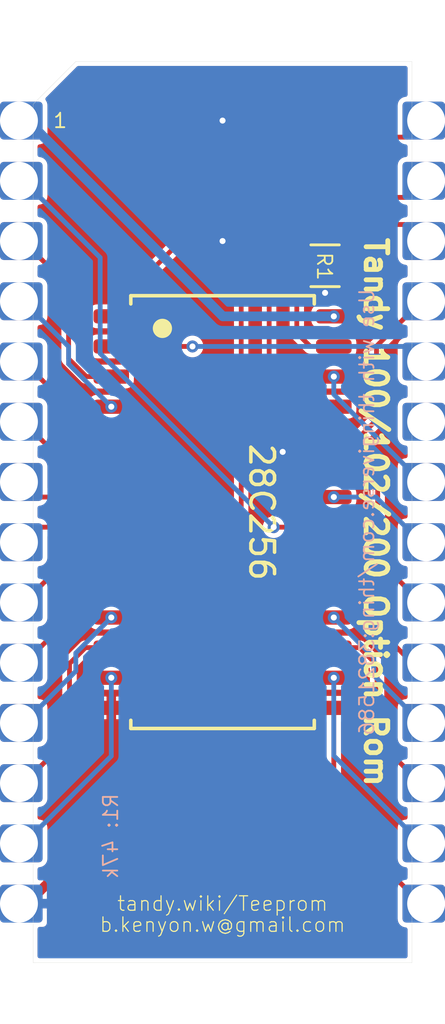
<source format=kicad_pcb>
(kicad_pcb (version 20171130) (host pcbnew 5.1.5-52549c5~84~ubuntu19.04.1)

  (general
    (thickness 1.6)
    (drawings 11)
    (tracks 136)
    (zones 0)
    (modules 4)
    (nets 29)
  )

  (page A4)
  (layers
    (0 Top signal)
    (31 Bottom signal)
    (32 B.Adhes user hide)
    (33 F.Adhes user hide)
    (34 B.Paste user hide)
    (35 F.Paste user hide)
    (36 B.SilkS user)
    (37 F.SilkS user)
    (38 B.Mask user)
    (39 F.Mask user)
    (40 Dwgs.User user)
    (41 Cmts.User user hide)
    (42 Eco1.User user hide)
    (43 Eco2.User user)
    (44 Edge.Cuts user)
    (45 Margin user hide)
    (46 B.CrtYd user hide)
    (47 F.CrtYd user hide)
    (48 B.Fab user hide)
    (49 F.Fab user hide)
  )

  (setup
    (last_trace_width 0.2032)
    (user_trace_width 0.2032)
    (user_trace_width 0.4064)
    (trace_clearance 0.2032)
    (zone_clearance 0.18)
    (zone_45_only no)
    (trace_min 0.1524)
    (via_size 0.508)
    (via_drill 0.254)
    (via_min_size 0.508)
    (via_min_drill 0.254)
    (user_via 0.508 0.254)
    (uvia_size 0.508)
    (uvia_drill 0.254)
    (uvias_allowed no)
    (uvia_min_size 0.508)
    (uvia_min_drill 0.1524)
    (edge_width 0.01)
    (segment_width 0.2032)
    (pcb_text_width 0.254)
    (pcb_text_size 1.2192 1.2192)
    (mod_edge_width 0.0254)
    (mod_text_size 0.4572 0.4572)
    (mod_text_width 0.0254)
    (pad_size 1.905 2.032)
    (pad_drill 1.524)
    (pad_to_mask_clearance 0)
    (aux_axis_origin 0 0)
    (grid_origin 147.2184 99.187)
    (visible_elements FFFFFF7F)
    (pcbplotparams
      (layerselection 0x010fc_ffffffff)
      (usegerberextensions false)
      (usegerberattributes false)
      (usegerberadvancedattributes false)
      (creategerberjobfile false)
      (excludeedgelayer true)
      (linewidth 0.100000)
      (plotframeref false)
      (viasonmask false)
      (mode 1)
      (useauxorigin false)
      (hpglpennumber 1)
      (hpglpenspeed 20)
      (hpglpendiameter 15.000000)
      (psnegative false)
      (psa4output false)
      (plotreference true)
      (plotvalue true)
      (plotinvisibletext false)
      (padsonsilk false)
      (subtractmaskfromsilk false)
      (outputformat 1)
      (mirror false)
      (drillshape 1)
      (scaleselection 1)
      (outputdirectory ""))
  )

  (net 0 "")
  (net 1 /D3)
  (net 2 /A10)
  (net 3 /D4)
  (net 4 /A7)
  (net 5 /D5)
  (net 6 /A6)
  (net 7 /D6)
  (net 8 /A5)
  (net 9 /D7)
  (net 10 /A4)
  (net 11 /A11)
  (net 12 /A3)
  (net 13 /~OE)
  (net 14 /A2)
  (net 15 /A13)
  (net 16 /A1)
  (net 17 /A0)
  (net 18 /A12)
  (net 19 /D0)
  (net 20 /A9)
  (net 21 /D1)
  (net 22 /A8)
  (net 23 /D2)
  (net 24 /~CE)
  (net 25 /A14)
  (net 26 /~WE)
  (net 27 /VSS)
  (net 28 /VCC)

  (net_class Default "This is the default net class."
    (clearance 0.2032)
    (trace_width 0.2032)
    (via_dia 0.508)
    (via_drill 0.254)
    (uvia_dia 0.508)
    (uvia_drill 0.254)
    (diff_pair_width 0.2032)
    (diff_pair_gap 0.254)
    (add_net /A0)
    (add_net /A1)
    (add_net /A10)
    (add_net /A11)
    (add_net /A12)
    (add_net /A13)
    (add_net /A14)
    (add_net /A2)
    (add_net /A3)
    (add_net /A4)
    (add_net /A5)
    (add_net /A6)
    (add_net /A7)
    (add_net /A8)
    (add_net /A9)
    (add_net /D0)
    (add_net /D1)
    (add_net /D2)
    (add_net /D3)
    (add_net /D4)
    (add_net /D5)
    (add_net /D6)
    (add_net /D7)
    (add_net /VCC)
    (add_net /VSS)
    (add_net /~CE)
    (add_net /~OE)
    (add_net /~WE)
  )

  (module 000_LOCAL:pcb2molex8878_chamfer (layer Top) (tedit 5E642EC3) (tstamp 5E64363E)
    (at 147.2184 99.187)
    (descr "Castellated edge contacts to fit Molex 8878 Socket")
    (solder_mask_margin -0.28)
    (attr virtual)
    (fp_text reference carrier? (at -1.5 0 -90) (layer Dwgs.User) hide
      (effects (font (size 1.2065 1.2065) (thickness 0.127)) (justify left bottom))
    )
    (fp_text value pcb2molex8878_chamfer (at 2.23 -9.45 -90) (layer F.Fab) hide
      (effects (font (size 1.2065 1.2065) (thickness 0.1016)) (justify left bottom))
    )
    (fp_line (start -5.94 -16.94) (end -5.2 -16.94) (layer Dwgs.User) (width 0.01))
    (fp_line (start -5.94 -18.3) (end -5.94 -16.94) (layer Dwgs.User) (width 0.01))
    (fp_line (start -5.94 -18.3) (end -5.74 -18.1) (layer Dwgs.User) (width 0.01))
    (fp_line (start -6.14 -18.1) (end -5.94 -18.3) (layer Dwgs.User) (width 0.01))
    (fp_line (start -5.94 -18.3) (end -6.14 -18.1) (layer Dwgs.User) (width 0.01))
    (fp_line (start -4.45 -17.4) (end -3.62 -17.4) (layer Dwgs.User) (width 0.01))
    (fp_line (start -4.45 -18) (end -4.45 -17.4) (layer Dwgs.User) (width 0.01))
    (fp_line (start -8 19) (end -8 -17.2) (layer Eco2.User) (width 0.01))
    (fp_text user "10.0 x 1.0 retainer wedges on top surface" (at -0.24 -17.41) (layer Dwgs.User)
      (effects (font (size 0.2 0.2) (thickness 0.01)))
    )
    (fp_line (start -4.45 -18) (end -4.25 -17.8) (layer Dwgs.User) (width 0.01))
    (fp_line (start -4.65 -17.8) (end -4.45 -18) (layer Dwgs.User) (width 0.01))
    (fp_line (start -4.45 -18) (end -4.65 -17.8) (layer Dwgs.User) (width 0.01))
    (fp_line (start 5 19) (end -5 19) (layer Dwgs.User) (width 0.01))
    (fp_line (start 5 18) (end 5 19) (layer Dwgs.User) (width 0.01))
    (fp_line (start -5 18) (end 5 18) (layer Dwgs.User) (width 0.01))
    (fp_line (start -5 19) (end -5 18) (layer Dwgs.User) (width 0.01))
    (fp_line (start 5 -19) (end -5 -19) (layer Dwgs.User) (width 0.01))
    (fp_line (start 5 -18) (end 5 -19) (layer Dwgs.User) (width 0.01))
    (fp_line (start -5 -18) (end 5 -18) (layer Dwgs.User) (width 0.01))
    (fp_line (start -5 -19) (end -5 -18) (layer Dwgs.User) (width 0.01))
    (fp_line (start 7.2 18.3) (end -7.2 18.3) (layer Dwgs.User) (width 0.01))
    (fp_line (start 7.2 -18.3) (end 7.2 18.3) (layer Dwgs.User) (width 0.01))
    (fp_line (start -7.2 -18.3) (end 7.2 -18.3) (layer Dwgs.User) (width 0.01))
    (fp_line (start -7.2 18.3) (end -7.2 -18.3) (layer Dwgs.User) (width 0.01))
    (fp_text user "36.6 x 14.4 x 1.4 - backside pocket" (at -2.29 -16.93) (layer Dwgs.User)
      (effects (font (size 0.2 0.2) (thickness 0.01)))
    )
    (fp_line (start -8 -17.2) (end -6.2 -19) (layer Eco2.User) (width 0.01))
    (fp_line (start 8 19) (end -8 19) (layer Eco2.User) (width 0.01))
    (fp_line (start 8 -19) (end 8 19) (layer Eco2.User) (width 0.01))
    (fp_line (start -6.2 -19) (end 8 -19) (layer Eco2.User) (width 0.01))
    (fp_line (start -8 -19) (end -6.2 -19) (layer Dwgs.User) (width 0.01))
    (fp_line (start -8 -19) (end -8 -17.2) (layer Dwgs.User) (width 0.01))
    (fp_text user "Eco2.User is Edge.Cuts for use with \"pcb2molex8878_chamfer\" carrier." (at -0.05 13.65) (layer Eco2.User)
      (effects (font (size 0.2 0.2) (thickness 0.01)))
    )
    (model ${KIPRJMOD}/000_LOCAL.pretty/3d/pcb2molex8878_chamfer.step
      (offset (xyz 0 0 -0.2))
      (scale (xyz 1 1 1))
      (rotate (xyz 0 0 90))
    )
  )

  (module 000_LOCAL:pcb2molex8878 (layer Top) (tedit 5DC5CCE6) (tstamp 5E64327D)
    (at 147.2184 99.187)
    (descr "Castellated edge contacts to fit Molex 8878 Socket")
    (path /5E6792DF)
    (solder_mask_margin -0.28)
    (fp_text reference J1 (at -0.9906 -0.9906 -90) (layer Dwgs.User) hide
      (effects (font (size 1.2065 1.2065) (thickness 0.127)) (justify left bottom))
    )
    (fp_text value Tandy_100_102_200_option_rom (at 2.0701 -8.8773 -90) (layer F.Fab) hide
      (effects (font (size 1.2065 1.2065) (thickness 0.1016)) (justify left bottom))
    )
    (fp_line (start -0.762 -19.05) (end -0.762 -21.59) (layer Eco1.User) (width 0.01))
    (fp_line (start -0.762 -21.59) (end 0.762 -21.59) (layer Eco1.User) (width 0.01))
    (fp_line (start 0.762 -21.59) (end 0.762 -19.05) (layer Eco1.User) (width 0.01))
    (fp_line (start -4.5593 19.05) (end -4.5593 21.59) (layer Eco1.User) (width 0.01))
    (fp_line (start -4.5593 21.59) (end -3.0353 21.59) (layer Eco1.User) (width 0.01))
    (fp_line (start -3.0353 21.59) (end -3.0353 19.05) (layer Eco1.User) (width 0.01))
    (fp_line (start 4.5593 19.05) (end 4.5593 21.59) (layer Eco1.User) (width 0.01))
    (fp_line (start 4.5593 21.59) (end 3.0353 21.59) (layer Eco1.User) (width 0.01))
    (fp_line (start 3.0353 21.59) (end 3.0353 19.05) (layer Eco1.User) (width 0.01))
    (fp_line (start 3.0353 19.05) (end -3.0353 19.05) (layer Eco1.User) (width 0.01))
    (fp_arc (start -5.4229 19.9136) (end -4.5593 19.9136) (angle -90) (layer Eco1.User) (width 0.00508))
    (fp_arc (start -2.1717 19.9136) (end -2.1717 19.05) (angle -90) (layer Eco1.User) (width 0.00508))
    (fp_arc (start 5.4229 19.9136) (end 5.4229 19.05) (angle -90) (layer Eco1.User) (width 0.00508))
    (fp_arc (start 2.1717 19.9136) (end 3.0353 19.9136) (angle -90) (layer Eco1.User) (width 0.00508))
    (fp_arc (start -1.6256 -19.9136) (end -1.6256 -19.05) (angle -90) (layer Eco1.User) (width 0.00508))
    (fp_arc (start 1.6256 -19.9136) (end 0.762 -19.9136) (angle -90) (layer Eco1.User) (width 0.00508))
    (fp_line (start -8.1 19.05) (end -8.1 -19.05) (layer Eco1.User) (width 0.01))
    (fp_line (start 8.1 19.05) (end 8.1 -19.05) (layer Eco1.User) (width 0.01))
    (fp_text user "Eco1.User is Edge.Cuts for use without carrier." (at -0.0298 12.25) (layer Eco1.User)
      (effects (font (size 0.2 0.2) (thickness 0.01)))
    )
    (fp_line (start -8.1 -19.05) (end -0.762 -19.05) (layer Eco1.User) (width 0.01))
    (fp_line (start 0.762 -19.05) (end 8.1 -19.05) (layer Eco1.User) (width 0.01))
    (fp_line (start -8.1 19.05) (end -4.5593 19.05) (layer Eco1.User) (width 0.01))
    (fp_line (start 4.5593 19.05) (end 8.1 19.05) (layer Eco1.User) (width 0.01))
    (pad 28 thru_hole roundrect (at 8.6 -16.51 180) (size 1.8 1.6) (drill 1.6 (offset 0.1 0)) (layers *.Cu *.Mask) (roundrect_rratio 0.1)
      (net 25 /A14) (solder_mask_margin -0.19))
    (pad 14 thru_hole roundrect (at -8.6 16.51) (size 1.8 1.6) (drill 1.6 (offset 0.1 0)) (layers *.Cu *.Mask) (roundrect_rratio 0.1)
      (net 27 /VSS) (solder_mask_margin -0.19))
    (pad 27 thru_hole roundrect (at 8.6 -13.97 180) (size 1.8 1.6) (drill 1.6 (offset 0.1 0)) (layers *.Cu *.Mask) (roundrect_rratio 0.1)
      (net 24 /~CE) (solder_mask_margin -0.19))
    (pad 13 thru_hole roundrect (at -8.6 13.97) (size 1.8 1.6) (drill 1.6 (offset 0.1 0)) (layers *.Cu *.Mask) (roundrect_rratio 0.1)
      (net 23 /D2) (solder_mask_margin -0.19))
    (pad 26 thru_hole roundrect (at 8.6 -11.43 180) (size 1.8 1.6) (drill 1.6 (offset 0.1 0)) (layers *.Cu *.Mask) (roundrect_rratio 0.1)
      (net 22 /A8) (solder_mask_margin -0.19))
    (pad 12 thru_hole roundrect (at -8.6 11.43) (size 1.8 1.6) (drill 1.6 (offset 0.1 0)) (layers *.Cu *.Mask) (roundrect_rratio 0.1)
      (net 21 /D1) (solder_mask_margin -0.19))
    (pad 25 thru_hole roundrect (at 8.6 -8.89 180) (size 1.8 1.6) (drill 1.6 (offset 0.1 0)) (layers *.Cu *.Mask) (roundrect_rratio 0.1)
      (net 20 /A9) (solder_mask_margin -0.19))
    (pad 11 thru_hole roundrect (at -8.6 8.89) (size 1.8 1.6) (drill 1.6 (offset 0.1 0)) (layers *.Cu *.Mask) (roundrect_rratio 0.1)
      (net 19 /D0) (solder_mask_margin -0.19))
    (pad 24 thru_hole roundrect (at 8.6 -6.35 180) (size 1.8 1.6) (drill 1.6 (offset 0.1 0)) (layers *.Cu *.Mask) (roundrect_rratio 0.1)
      (net 18 /A12) (solder_mask_margin -0.19))
    (pad 10 thru_hole roundrect (at -8.6 6.35) (size 1.8 1.6) (drill 1.6 (offset 0.1 0)) (layers *.Cu *.Mask) (roundrect_rratio 0.1)
      (net 17 /A0) (solder_mask_margin -0.19))
    (pad 23 thru_hole roundrect (at 8.6 -3.81 180) (size 1.8 1.6) (drill 1.6 (offset 0.1 0)) (layers *.Cu *.Mask) (roundrect_rratio 0.1)
      (solder_mask_margin -0.19))
    (pad 9 thru_hole roundrect (at -8.6 3.81) (size 1.8 1.6) (drill 1.6 (offset 0.1 0)) (layers *.Cu *.Mask) (roundrect_rratio 0.1)
      (net 16 /A1) (solder_mask_margin -0.19))
    (pad 22 thru_hole roundrect (at 8.6 -1.27 180) (size 1.8 1.6) (drill 1.6 (offset 0.1 0)) (layers *.Cu *.Mask) (roundrect_rratio 0.1)
      (net 15 /A13) (solder_mask_margin -0.19))
    (pad 8 thru_hole roundrect (at -8.6 1.27) (size 1.8 1.6) (drill 1.6 (offset 0.1 0)) (layers *.Cu *.Mask) (roundrect_rratio 0.1)
      (net 14 /A2) (solder_mask_margin -0.19))
    (pad 21 thru_hole roundrect (at 8.6 1.27 180) (size 1.8 1.6) (drill 1.6 (offset 0.1 0)) (layers *.Cu *.Mask) (roundrect_rratio 0.1)
      (net 13 /~OE) (solder_mask_margin -0.19))
    (pad 7 thru_hole roundrect (at -8.6 -1.27) (size 1.8 1.6) (drill 1.6 (offset 0.1 0)) (layers *.Cu *.Mask) (roundrect_rratio 0.1)
      (net 12 /A3) (solder_mask_margin -0.19))
    (pad 20 thru_hole roundrect (at 8.6 3.81 180) (size 1.8 1.6) (drill 1.6 (offset 0.1 0)) (layers *.Cu *.Mask) (roundrect_rratio 0.1)
      (net 11 /A11) (solder_mask_margin -0.19))
    (pad 6 thru_hole roundrect (at -8.6 -3.81) (size 1.8 1.6) (drill 1.6 (offset 0.1 0)) (layers *.Cu *.Mask) (roundrect_rratio 0.1)
      (net 10 /A4) (solder_mask_margin -0.19))
    (pad 19 thru_hole roundrect (at 8.6 6.35 180) (size 1.8 1.6) (drill 1.6 (offset 0.1 0)) (layers *.Cu *.Mask) (roundrect_rratio 0.1)
      (net 9 /D7) (solder_mask_margin -0.19))
    (pad 5 thru_hole roundrect (at -8.6 -6.35) (size 1.8 1.6) (drill 1.6 (offset 0.1 0)) (layers *.Cu *.Mask) (roundrect_rratio 0.1)
      (net 8 /A5) (solder_mask_margin -0.19))
    (pad 18 thru_hole roundrect (at 8.6 8.89 180) (size 1.8 1.6) (drill 1.6 (offset 0.1 0)) (layers *.Cu *.Mask) (roundrect_rratio 0.1)
      (net 7 /D6) (solder_mask_margin -0.19))
    (pad 4 thru_hole roundrect (at -8.6 -8.89) (size 1.8 1.6) (drill 1.6 (offset 0.1 0)) (layers *.Cu *.Mask) (roundrect_rratio 0.1)
      (net 6 /A6) (solder_mask_margin -0.19))
    (pad 17 thru_hole roundrect (at 8.6 11.43 180) (size 1.8 1.6) (drill 1.6 (offset 0.1 0)) (layers *.Cu *.Mask) (roundrect_rratio 0.1)
      (net 5 /D5) (solder_mask_margin -0.19))
    (pad 3 thru_hole roundrect (at -8.6 -11.43) (size 1.8 1.6) (drill 1.6 (offset 0.1 0)) (layers *.Cu *.Mask) (roundrect_rratio 0.1)
      (net 4 /A7) (solder_mask_margin -0.19))
    (pad 16 thru_hole roundrect (at 8.6 13.97 180) (size 1.8 1.6) (drill 1.6 (offset 0.1 0)) (layers *.Cu *.Mask) (roundrect_rratio 0.1)
      (net 3 /D4) (solder_mask_margin -0.19))
    (pad 2 thru_hole roundrect (at -8.6 -13.97) (size 1.8 1.6) (drill 1.6 (offset 0.1 0)) (layers *.Cu *.Mask) (roundrect_rratio 0.1)
      (net 2 /A10) (solder_mask_margin -0.19))
    (pad 15 thru_hole roundrect (at 8.6 16.51 180) (size 1.8 1.6) (drill 1.6 (offset 0.1 0)) (layers *.Cu *.Mask) (roundrect_rratio 0.1)
      (net 1 /D3) (solder_mask_margin -0.19))
    (pad 1 thru_hole roundrect (at -8.6 -16.51) (size 1.8 1.6) (drill 1.6 (offset 0.1 0)) (layers *.Cu *.Mask) (roundrect_rratio 0.1)
      (net 28 /VCC) (solder_mask_margin -0.19))
  )

  (module 000_LOCAL:SOIC-28W (layer Top) (tedit 5D301076) (tstamp 5D21E664)
    (at 147.2184 99.187)
    (descr "28-Lead Plastic Small Outline (SO) - Wide, 7.50 mm Body [SOIC] (see Microchip Packaging Specification 00000049BS.pdf)")
    (tags "SOIC 1.27")
    (path /5D231C6F)
    (attr smd)
    (fp_text reference U1 (at 0 0 -90) (layer F.SilkS) hide
      (effects (font (size 1 1) (thickness 0.15)))
    )
    (fp_text value 28C256 (at 0 1.27 180) (layer F.Fab)
      (effects (font (size 1 1) (thickness 0.15)))
    )
    (fp_circle (center -2.54 -7.747) (end -2.3368 -7.747) (layer F.SilkS) (width 0.4064))
    (fp_text user %R (at 0 0) (layer F.Fab)
      (effects (font (size 1 1) (thickness 0.15)))
    )
    (fp_line (start -2.75 -8.95) (end 3.75 -8.95) (layer F.Fab) (width 0.15))
    (fp_line (start 3.75 -8.95) (end 3.75 8.95) (layer F.Fab) (width 0.15))
    (fp_line (start 3.75 8.95) (end -3.75 8.95) (layer F.Fab) (width 0.15))
    (fp_line (start -3.75 8.95) (end -3.75 -7.95) (layer F.Fab) (width 0.15))
    (fp_line (start -3.75 -7.95) (end -2.75 -8.95) (layer F.Fab) (width 0.15))
    (fp_line (start -5.95 -9.3) (end -5.95 9.3) (layer F.CrtYd) (width 0.05))
    (fp_line (start 5.95 -9.3) (end 5.95 9.3) (layer F.CrtYd) (width 0.05))
    (fp_line (start -5.95 -9.3) (end 5.95 -9.3) (layer F.CrtYd) (width 0.05))
    (fp_line (start -5.95 9.3) (end 5.95 9.3) (layer F.CrtYd) (width 0.05))
    (fp_line (start -3.875 -9.125) (end -3.875 -8.78) (layer F.SilkS) (width 0.15))
    (fp_line (start 3.875 -9.125) (end 3.875 -8.78) (layer F.SilkS) (width 0.15))
    (fp_line (start 3.875 9.125) (end 3.875 8.78) (layer F.SilkS) (width 0.15))
    (fp_line (start -3.875 9.125) (end -3.875 8.78) (layer F.SilkS) (width 0.15))
    (fp_line (start -3.875 -9.125) (end 3.875 -9.125) (layer F.SilkS) (width 0.15))
    (fp_line (start -3.875 9.125) (end 3.875 9.125) (layer F.SilkS) (width 0.15))
    (fp_text user 28C256 (at 1.651 0 270 unlocked) (layer F.SilkS)
      (effects (font (size 1 1) (thickness 0.15)))
    )
    (pad 1 smd roundrect (at -4.7 -8.255) (size 1.5 0.6) (layers Top F.Paste F.Mask) (roundrect_rratio 0.25)
      (net 25 /A14))
    (pad 2 smd roundrect (at -4.7 -6.985) (size 1.5 0.6) (layers Top F.Paste F.Mask) (roundrect_rratio 0.25)
      (net 18 /A12))
    (pad 3 smd roundrect (at -4.7 -5.715) (size 1.5 0.6) (layers Top F.Paste F.Mask) (roundrect_rratio 0.25)
      (net 4 /A7))
    (pad 4 smd roundrect (at -4.7 -4.445) (size 1.5 0.6) (layers Top F.Paste F.Mask) (roundrect_rratio 0.25)
      (net 6 /A6))
    (pad 5 smd roundrect (at -4.7 -3.175) (size 1.5 0.6) (layers Top F.Paste F.Mask) (roundrect_rratio 0.25)
      (net 8 /A5))
    (pad 6 smd roundrect (at -4.7 -1.905) (size 1.5 0.6) (layers Top F.Paste F.Mask) (roundrect_rratio 0.25)
      (net 10 /A4))
    (pad 7 smd roundrect (at -4.7 -0.635) (size 1.5 0.6) (layers Top F.Paste F.Mask) (roundrect_rratio 0.25)
      (net 12 /A3))
    (pad 8 smd roundrect (at -4.7 0.635) (size 1.5 0.6) (layers Top F.Paste F.Mask) (roundrect_rratio 0.25)
      (net 14 /A2))
    (pad 9 smd roundrect (at -4.7 1.905) (size 1.5 0.6) (layers Top F.Paste F.Mask) (roundrect_rratio 0.25)
      (net 16 /A1))
    (pad 10 smd roundrect (at -4.7 3.175) (size 1.5 0.6) (layers Top F.Paste F.Mask) (roundrect_rratio 0.25)
      (net 17 /A0))
    (pad 11 smd roundrect (at -4.7 4.445) (size 1.5 0.6) (layers Top F.Paste F.Mask) (roundrect_rratio 0.25)
      (net 19 /D0))
    (pad 12 smd roundrect (at -4.7 5.715) (size 1.5 0.6) (layers Top F.Paste F.Mask) (roundrect_rratio 0.25)
      (net 21 /D1))
    (pad 13 smd roundrect (at -4.7 6.985) (size 1.5 0.6) (layers Top F.Paste F.Mask) (roundrect_rratio 0.25)
      (net 23 /D2))
    (pad 14 smd roundrect (at -4.7 8.255) (size 1.5 0.6) (layers Top F.Paste F.Mask) (roundrect_rratio 0.25)
      (net 27 /VSS))
    (pad 15 smd roundrect (at 4.7 8.255) (size 1.5 0.6) (layers Top F.Paste F.Mask) (roundrect_rratio 0.25)
      (net 1 /D3))
    (pad 16 smd roundrect (at 4.7 6.985) (size 1.5 0.6) (layers Top F.Paste F.Mask) (roundrect_rratio 0.25)
      (net 3 /D4))
    (pad 17 smd roundrect (at 4.7 5.715) (size 1.5 0.6) (layers Top F.Paste F.Mask) (roundrect_rratio 0.25)
      (net 5 /D5))
    (pad 18 smd roundrect (at 4.7 4.445) (size 1.5 0.6) (layers Top F.Paste F.Mask) (roundrect_rratio 0.25)
      (net 7 /D6))
    (pad 19 smd roundrect (at 4.7 3.175) (size 1.5 0.6) (layers Top F.Paste F.Mask) (roundrect_rratio 0.25)
      (net 9 /D7))
    (pad 20 smd roundrect (at 4.7 1.905) (size 1.5 0.6) (layers Top F.Paste F.Mask) (roundrect_rratio 0.25)
      (net 24 /~CE))
    (pad 21 smd roundrect (at 4.7 0.635) (size 1.5 0.6) (layers Top F.Paste F.Mask) (roundrect_rratio 0.25)
      (net 2 /A10))
    (pad 22 smd roundrect (at 4.7 -0.635) (size 1.5 0.6) (layers Top F.Paste F.Mask) (roundrect_rratio 0.25)
      (net 13 /~OE))
    (pad 23 smd roundrect (at 4.7 -1.905) (size 1.5 0.6) (layers Top F.Paste F.Mask) (roundrect_rratio 0.25)
      (net 11 /A11))
    (pad 24 smd roundrect (at 4.7 -3.175) (size 1.5 0.6) (layers Top F.Paste F.Mask) (roundrect_rratio 0.25)
      (net 20 /A9))
    (pad 25 smd roundrect (at 4.7 -4.445) (size 1.5 0.6) (layers Top F.Paste F.Mask) (roundrect_rratio 0.25)
      (net 22 /A8))
    (pad 26 smd roundrect (at 4.7 -5.715) (size 1.5 0.6) (layers Top F.Paste F.Mask) (roundrect_rratio 0.25)
      (net 15 /A13))
    (pad 27 smd roundrect (at 4.7 -6.985) (size 1.5 0.6) (layers Top F.Paste F.Mask) (roundrect_rratio 0.25)
      (net 26 /~WE))
    (pad 28 smd roundrect (at 4.7 -8.255) (size 1.5 0.6) (layers Top F.Paste F.Mask) (roundrect_rratio 0.25)
      (net 28 /VCC))
    (model ${KISYS3DMOD}/Package_SO.3dshapes/SOIC-28W_7.5x17.9mm_P1.27mm.step
      (at (xyz 0 0 0))
      (scale (xyz 1 1 1))
      (rotate (xyz 0 0 0))
    )
  )

  (module Resistors_SMD:R_0805 (layer Top) (tedit 58E0A804) (tstamp 5D22C129)
    (at 151.5491 88.7984)
    (descr "Resistor SMD 0805, reflow soldering, Vishay (see dcrcw.pdf)")
    (tags "resistor 0805")
    (path /5D2BF7AB)
    (attr smd)
    (fp_text reference R1 (at -0.0254 0.0254 -90 unlocked) (layer F.SilkS)
      (effects (font (size 0.6096 0.6096) (thickness 0.0762)))
    )
    (fp_text value 47k (at 0 1.75) (layer F.Fab)
      (effects (font (size 1 1) (thickness 0.15)))
    )
    (fp_text user %R (at 0 0) (layer F.Fab)
      (effects (font (size 0.5 0.5) (thickness 0.075)))
    )
    (fp_line (start -1 0.62) (end -1 -0.62) (layer F.Fab) (width 0.1))
    (fp_line (start 1 0.62) (end -1 0.62) (layer F.Fab) (width 0.1))
    (fp_line (start 1 -0.62) (end 1 0.62) (layer F.Fab) (width 0.1))
    (fp_line (start -1 -0.62) (end 1 -0.62) (layer F.Fab) (width 0.1))
    (fp_line (start 0.6 0.88) (end -0.6 0.88) (layer F.SilkS) (width 0.12))
    (fp_line (start -0.6 -0.88) (end 0.6 -0.88) (layer F.SilkS) (width 0.12))
    (fp_line (start -1.55 -0.9) (end 1.55 -0.9) (layer F.CrtYd) (width 0.05))
    (fp_line (start -1.55 -0.9) (end -1.55 0.9) (layer F.CrtYd) (width 0.05))
    (fp_line (start 1.55 0.9) (end 1.55 -0.9) (layer F.CrtYd) (width 0.05))
    (fp_line (start 1.55 0.9) (end -1.55 0.9) (layer F.CrtYd) (width 0.05))
    (pad 1 smd rect (at -0.95 0) (size 0.7 1.3) (layers Top F.Paste F.Mask)
      (net 26 /~WE))
    (pad 2 smd rect (at 0.95 0) (size 0.7 1.3) (layers Top F.Paste F.Mask)
      (net 28 /VCC))
    (model ${KISYS3DMOD}/Resistors_SMD.3dshapes/R_0805.wrl
      (at (xyz 0 0 0))
      (scale (xyz 1 1 1))
      (rotate (xyz 0 0 0))
    )
    (model ${KISYS3DMOD}/Resistor_SMD.3dshapes/R_0805_2012Metric.step
      (at (xyz 0 0 0))
      (scale (xyz 1 1 1))
      (rotate (xyz 0 0 0))
    )
  )

  (gr_line (start 141.0184 80.187) (end 155.2184 80.187) (layer Edge.Cuts) (width 0.01))
  (gr_line (start 155.2184 118.187) (end 139.2184 118.187) (layer Edge.Cuts) (width 0.01) (tstamp 5D75CF96))
  (gr_line (start 155.2184 80.187) (end 155.2184 118.187) (layer Edge.Cuts) (width 0.01))
  (gr_line (start 139.2184 81.987) (end 141.0184 80.187) (layer Edge.Cuts) (width 0.01))
  (gr_line (start 139.2184 118.187) (end 139.2184 81.987) (layer Edge.Cuts) (width 0.01))
  (gr_text "Use with thingiverse.com/thing:3821586" (at 153.3144 99.187 -270) (layer B.SilkS)
    (effects (font (size 0.6096 0.6096) (thickness 0.0762)) (justify mirror))
  )
  (gr_text b.kenyon.w@gmail.com (at 147.2184 116.586) (layer F.SilkS)
    (effects (font (size 0.6096 0.6096) (thickness 0.0508)))
  )
  (gr_text tandy.wiki/Teeprom (at 147.2184 115.697) (layer F.SilkS)
    (effects (font (size 0.6096 0.6096) (thickness 0.0508)))
  )
  (gr_text "Tandy 100/102/200 Option Rom" (at 153.6954 99.187 -90) (layer F.SilkS)
    (effects (font (size 0.9144 0.9144) (thickness 0.2032)))
  )
  (gr_text "R1: 47k" (at 142.494 112.8522 -270) (layer B.SilkS)
    (effects (font (size 0.6096 0.6096) (thickness 0.0762)) (justify mirror))
  )
  (gr_text 1 (at 140.3604 82.677) (layer F.SilkS)
    (effects (font (size 0.6096 0.6096) (thickness 0.0762)))
  )

  (segment (start 151.9184 112.015) (end 151.9184 107.442) (width 0.2032) (layer Top) (net 1))
  (segment (start 155.7274 115.697) (end 155.6004 115.697) (width 0.2032) (layer Top) (net 1))
  (segment (start 155.6004 115.697) (end 151.9184 112.015) (width 0.2032) (layer Top) (net 1))
  (via (at 149.3774 99.822) (size 0.508) (drill 0.254) (layers Top Bottom) (net 2))
  (segment (start 151.9184 99.822) (end 149.3774 99.822) (width 0.2032) (layer Top) (net 2))
  (segment (start 138.811 85.217) (end 138.7094 85.217) (width 0.2032) (layer Bottom) (net 2))
  (segment (start 149.3774 99.822) (end 142.0495 92.4941) (width 0.2032) (layer Bottom) (net 2))
  (segment (start 142.0495 88.4555) (end 138.811 85.217) (width 0.2032) (layer Bottom) (net 2))
  (segment (start 142.0495 92.4941) (end 142.0495 88.4555) (width 0.2032) (layer Bottom) (net 2))
  (via (at 151.9174 106.172) (size 0.508) (drill 0.254) (layers Top Bottom) (net 3))
  (segment (start 151.9174 109.4613) (end 151.9174 106.172) (width 0.2032) (layer Bottom) (net 3))
  (segment (start 155.7274 113.157) (end 155.6131 113.157) (width 0.2032) (layer Bottom) (net 3))
  (segment (start 155.6131 113.157) (end 151.9174 109.4613) (width 0.2032) (layer Bottom) (net 3))
  (segment (start 141.4653 93.472) (end 142.5184 93.472) (width 0.2032) (layer Top) (net 4))
  (segment (start 140.716 92.7227) (end 141.4653 93.472) (width 0.2032) (layer Top) (net 4))
  (segment (start 140.716 89.6747) (end 140.716 92.7227) (width 0.2032) (layer Top) (net 4))
  (segment (start 138.7094 87.757) (end 138.7983 87.757) (width 0.2032) (layer Top) (net 4))
  (segment (start 138.7983 87.757) (end 140.716 89.6747) (width 0.2032) (layer Top) (net 4))
  (segment (start 153.7462 105.6386) (end 153.0096 104.902) (width 0.2032) (layer Top) (net 5))
  (segment (start 153.7462 108.7882) (end 153.7462 105.6386) (width 0.2032) (layer Top) (net 5))
  (segment (start 153.0096 104.902) (end 151.9184 104.902) (width 0.2032) (layer Top) (net 5))
  (segment (start 155.7274 110.617) (end 155.575 110.617) (width 0.2032) (layer Top) (net 5))
  (segment (start 155.575 110.617) (end 153.7462 108.7882) (width 0.2032) (layer Top) (net 5))
  (via (at 142.5194 94.742) (size 0.508) (drill 0.254) (layers Top Bottom) (net 6))
  (segment (start 140.716 92.9386) (end 142.5194 94.742) (width 0.2032) (layer Bottom) (net 6))
  (segment (start 140.716 92.20835) (end 140.716 92.9386) (width 0.2032) (layer Bottom) (net 6))
  (segment (start 138.7094 90.297) (end 138.80465 90.297) (width 0.2032) (layer Bottom) (net 6))
  (segment (start 138.80465 90.297) (end 140.716 92.20835) (width 0.2032) (layer Bottom) (net 6))
  (via (at 151.9174 103.632) (size 0.508) (drill 0.254) (layers Top Bottom) (net 7))
  (segment (start 153.6065 105.3211) (end 151.9174 103.632) (width 0.2032) (layer Bottom) (net 7))
  (segment (start 153.6065 106.0704) (end 153.6065 105.3211) (width 0.2032) (layer Bottom) (net 7))
  (segment (start 155.7274 108.077) (end 155.6131 108.077) (width 0.2032) (layer Bottom) (net 7))
  (segment (start 155.6131 108.077) (end 153.6065 106.0704) (width 0.2032) (layer Bottom) (net 7))
  (segment (start 140.6906 95.2754) (end 141.4272 96.012) (width 0.2032) (layer Top) (net 8))
  (segment (start 141.4272 96.012) (end 142.5184 96.012) (width 0.2032) (layer Top) (net 8))
  (segment (start 140.6906 94.7166) (end 140.6906 95.2754) (width 0.2032) (layer Top) (net 8))
  (segment (start 138.7094 92.837) (end 138.811 92.837) (width 0.2032) (layer Top) (net 8))
  (segment (start 138.811 92.837) (end 140.6906 94.7166) (width 0.2032) (layer Top) (net 8))
  (segment (start 153.0096 102.362) (end 151.9184 102.362) (width 0.2032) (layer Top) (net 9))
  (segment (start 153.7462 103.0986) (end 153.0096 102.362) (width 0.2032) (layer Top) (net 9))
  (segment (start 153.7462 104.0638) (end 153.7462 103.0986) (width 0.2032) (layer Top) (net 9))
  (segment (start 155.7274 105.537) (end 155.2194 105.537) (width 0.2032) (layer Top) (net 9))
  (segment (start 155.2194 105.537) (end 153.7462 104.0638) (width 0.2032) (layer Top) (net 9))
  (segment (start 140.716 97.282) (end 142.5184 97.282) (width 0.2032) (layer Top) (net 10))
  (segment (start 138.7094 95.377) (end 138.811 95.377) (width 0.2032) (layer Top) (net 10))
  (segment (start 138.811 95.377) (end 140.716 97.282) (width 0.2032) (layer Top) (net 10))
  (segment (start 153.0096 97.282) (end 151.9184 97.282) (width 0.2032) (layer Top) (net 11))
  (segment (start 153.7716 98.044) (end 153.0096 97.282) (width 0.2032) (layer Top) (net 11))
  (segment (start 153.7716 101.1682) (end 153.7716 98.044) (width 0.2032) (layer Top) (net 11))
  (segment (start 155.7274 102.997) (end 155.6004 102.997) (width 0.2032) (layer Top) (net 11))
  (segment (start 155.6004 102.997) (end 153.7716 101.1682) (width 0.2032) (layer Top) (net 11))
  (segment (start 139.2534 98.552) (end 142.5184 98.552) (width 0.2032) (layer Top) (net 12))
  (segment (start 138.7094 97.917) (end 138.7094 98.008) (width 0.2032) (layer Top) (net 12))
  (segment (start 138.7094 98.008) (end 139.2534 98.552) (width 0.2032) (layer Top) (net 12))
  (via (at 151.9184 98.552) (size 0.508) (drill 0.254) (layers Top Bottom) (net 13))
  (segment (start 155.6004 100.457) (end 155.66391 100.457) (width 0.2032) (layer Bottom) (net 13))
  (segment (start 151.9184 98.552) (end 153.6954 98.552) (width 0.2032) (layer Bottom) (net 13))
  (segment (start 153.6954 98.552) (end 155.6004 100.457) (width 0.2032) (layer Bottom) (net 13))
  (segment (start 139.3444 99.822) (end 142.5184 99.822) (width 0.2032) (layer Top) (net 14))
  (segment (start 138.7094 100.457) (end 139.3444 99.822) (width 0.2032) (layer Top) (net 14))
  (via (at 151.9184 93.472) (size 0.508) (drill 0.254) (layers Top Bottom) (net 15))
  (segment (start 155.6131 97.917) (end 155.7274 97.917) (width 0.2032) (layer Bottom) (net 15))
  (segment (start 151.9184 93.472) (end 151.9184 94.2223) (width 0.2032) (layer Bottom) (net 15))
  (segment (start 151.9184 94.2223) (end 155.6131 97.917) (width 0.2032) (layer Bottom) (net 15))
  (segment (start 140.7414 101.092) (end 142.5184 101.092) (width 0.2032) (layer Top) (net 16))
  (segment (start 138.7094 102.997) (end 138.8364 102.997) (width 0.2032) (layer Top) (net 16))
  (segment (start 138.8364 102.997) (end 140.7414 101.092) (width 0.2032) (layer Top) (net 16))
  (segment (start 140.6906 103.1113) (end 141.4399 102.362) (width 0.2032) (layer Top) (net 17))
  (segment (start 141.4399 102.362) (end 142.5184 102.362) (width 0.2032) (layer Top) (net 17))
  (segment (start 140.6906 103.7209) (end 140.6906 103.1113) (width 0.2032) (layer Top) (net 17))
  (segment (start 138.7094 105.537) (end 138.8745 105.537) (width 0.2032) (layer Top) (net 17))
  (segment (start 138.8745 105.537) (end 140.6906 103.7209) (width 0.2032) (layer Top) (net 17))
  (segment (start 155.0924 92.202) (end 155.7274 92.837) (width 0.2032) (layer Bottom) (net 18))
  (via (at 145.9484 92.202) (size 0.508) (drill 0.254) (layers Top Bottom) (net 18))
  (segment (start 145.9484 92.202) (end 155.0924 92.202) (width 0.2032) (layer Bottom) (net 18))
  (segment (start 142.5184 92.202) (end 145.9484 92.202) (width 0.2032) (layer Top) (net 18))
  (via (at 142.5194 103.632) (size 0.508) (drill 0.254) (layers Top Bottom) (net 19))
  (segment (start 141.0208 105.1306) (end 142.5194 103.632) (width 0.2032) (layer Bottom) (net 19))
  (segment (start 138.7094 108.077) (end 138.8364 108.077) (width 0.2032) (layer Bottom) (net 19))
  (segment (start 141.0208 105.8926) (end 141.0208 105.1306) (width 0.2032) (layer Bottom) (net 19))
  (segment (start 138.8364 108.077) (end 141.0208 105.8926) (width 0.2032) (layer Bottom) (net 19))
  (segment (start 153.0096 96.012) (end 151.9184 96.012) (width 0.2032) (layer Top) (net 20))
  (segment (start 153.7208 95.3008) (end 153.0096 96.012) (width 0.2032) (layer Top) (net 20))
  (segment (start 153.7208 92.1893) (end 153.7208 95.3008) (width 0.2032) (layer Top) (net 20))
  (segment (start 155.7274 90.297) (end 155.6131 90.297) (width 0.2032) (layer Top) (net 20))
  (segment (start 155.6131 90.297) (end 153.7208 92.1893) (width 0.2032) (layer Top) (net 20))
  (segment (start 141.4272 104.902) (end 142.5184 104.902) (width 0.2032) (layer Top) (net 21))
  (segment (start 140.7541 108.6866) (end 140.7541 105.5751) (width 0.2032) (layer Top) (net 21))
  (segment (start 140.7541 105.5751) (end 141.4272 104.902) (width 0.2032) (layer Top) (net 21))
  (segment (start 138.7094 110.617) (end 138.8237 110.617) (width 0.2032) (layer Top) (net 21))
  (segment (start 138.8237 110.617) (end 140.7541 108.6866) (width 0.2032) (layer Top) (net 21))
  (segment (start 150.9268 94.742) (end 151.9184 94.742) (width 0.2032) (layer Top) (net 22))
  (segment (start 149.1869 93.0021) (end 150.9268 94.742) (width 0.2032) (layer Top) (net 22))
  (segment (start 155.6131 87.757) (end 154.9146 87.0585) (width 0.2032) (layer Top) (net 22))
  (segment (start 149.1869 87.5919) (end 149.1869 93.0021) (width 0.2032) (layer Top) (net 22))
  (segment (start 155.7274 87.757) (end 155.6131 87.757) (width 0.2032) (layer Top) (net 22))
  (segment (start 149.7203 87.0585) (end 149.1869 87.5919) (width 0.2032) (layer Top) (net 22))
  (segment (start 154.9146 87.0585) (end 149.7203 87.0585) (width 0.2032) (layer Top) (net 22))
  (via (at 142.5194 106.172) (size 0.508) (drill 0.254) (layers Top Bottom) (net 23))
  (segment (start 142.5194 109.474) (end 142.5194 106.172) (width 0.2032) (layer Bottom) (net 23))
  (segment (start 138.7094 113.157) (end 138.8364 113.157) (width 0.2032) (layer Bottom) (net 23))
  (segment (start 138.8364 113.157) (end 142.5194 109.474) (width 0.2032) (layer Bottom) (net 23))
  (segment (start 149.1234 101.092) (end 151.9184 101.092) (width 0.2032) (layer Top) (net 24))
  (segment (start 155.7274 85.308) (end 155.1199 85.9155) (width 0.2032) (layer Top) (net 24))
  (segment (start 148.0058 99.9744) (end 149.1234 101.092) (width 0.2032) (layer Top) (net 24))
  (segment (start 148.0058 87.0204) (end 148.0058 99.9744) (width 0.2032) (layer Top) (net 24))
  (segment (start 155.7274 85.217) (end 155.7274 85.308) (width 0.2032) (layer Top) (net 24))
  (segment (start 149.1107 85.9155) (end 148.0058 87.0204) (width 0.2032) (layer Top) (net 24))
  (segment (start 155.1199 85.9155) (end 149.1107 85.9155) (width 0.2032) (layer Top) (net 24))
  (segment (start 143.5481 90.932) (end 142.5184 90.932) (width 0.2032) (layer Top) (net 25))
  (segment (start 149.8346 83.3755) (end 143.9164 89.2937) (width 0.2032) (layer Top) (net 25))
  (segment (start 155.0289 83.3755) (end 149.8346 83.3755) (width 0.2032) (layer Top) (net 25))
  (segment (start 143.9164 89.2937) (end 143.9164 90.5637) (width 0.2032) (layer Top) (net 25))
  (segment (start 155.7274 82.677) (end 155.0289 83.3755) (width 0.2032) (layer Top) (net 25))
  (segment (start 143.9164 90.5637) (end 143.5481 90.932) (width 0.2032) (layer Top) (net 25))
  (segment (start 150.5991 89.1007) (end 150.5991 88.7984) (width 0.2032) (layer Top) (net 26))
  (segment (start 150.3553 89.3445) (end 150.5991 89.1007) (width 0.2032) (layer Top) (net 26))
  (segment (start 150.3553 91.6305) (end 150.3553 89.3445) (width 0.2032) (layer Top) (net 26))
  (segment (start 151.9184 92.202) (end 150.9268 92.202) (width 0.2032) (layer Top) (net 26))
  (segment (start 150.9268 92.202) (end 150.3553 91.6305) (width 0.2032) (layer Top) (net 26))
  (via (at 149.7584 96.647) (size 0.508) (drill 0.254) (layers Top Bottom) (net 27))
  (via (at 147.2184 82.677) (size 0.508) (drill 0.254) (layers Top Bottom) (net 27))
  (segment (start 142.5184 112.1547) (end 142.5184 107.442) (width 0.4064) (layer Top) (net 27))
  (segment (start 138.7094 115.697) (end 138.9761 115.697) (width 0.4064) (layer Top) (net 27))
  (segment (start 138.9761 115.697) (end 142.5184 112.1547) (width 0.4064) (layer Top) (net 27))
  (via (at 147.2184 87.757) (size 0.508) (drill 0.254) (layers Top Bottom) (net 27))
  (via (at 151.5491 89.9414) (size 0.508) (drill 0.254) (layers Top Bottom) (net 27))
  (via (at 151.9184 90.932) (size 0.508) (drill 0.254) (layers Top Bottom) (net 28))
  (segment (start 138.9761 82.677) (end 138.6184 82.677) (width 0.4064) (layer Bottom) (net 28))
  (segment (start 151.9184 90.932) (end 147.2311 90.932) (width 0.4064) (layer Bottom) (net 28))
  (segment (start 147.2311 90.932) (end 138.9761 82.677) (width 0.4064) (layer Bottom) (net 28))
  (segment (start 152.4991 89.1388) (end 152.4991 88.7984) (width 0.2032) (layer Top) (net 28))
  (segment (start 152.7429 89.3826) (end 152.4991 89.1388) (width 0.2032) (layer Top) (net 28))
  (segment (start 151.9184 90.932) (end 152.3873 90.932) (width 0.2032) (layer Top) (net 28))
  (segment (start 152.7429 90.5764) (end 152.7429 89.3826) (width 0.2032) (layer Top) (net 28))
  (segment (start 152.3873 90.932) (end 152.7429 90.5764) (width 0.2032) (layer Top) (net 28))

  (zone (net 27) (net_name /VSS) (layer Bottom) (tstamp 0) (hatch edge 0.508)
    (connect_pads (clearance 0.18))
    (min_thickness 0.18)
    (fill yes (arc_segments 32) (thermal_gap 0.18) (thermal_bridge_width 0.4) (smoothing fillet) (radius 0.05))
    (polygon
      (pts
        (xy 155.2194 118.1862) (xy 139.2174 118.1862) (xy 139.2174 80.1878) (xy 155.2194 80.1878)
      )
    )
    (filled_polygon
      (pts
        (xy 154.9434 81.585829) (xy 154.889708 81.591117) (xy 154.804425 81.616988) (xy 154.725828 81.658999) (xy 154.656937 81.715537)
        (xy 154.600399 81.784428) (xy 154.558388 81.863025) (xy 154.532517 81.948308) (xy 154.523782 82.037) (xy 154.523782 83.317)
        (xy 154.532517 83.405692) (xy 154.558388 83.490975) (xy 154.600399 83.569572) (xy 154.656937 83.638463) (xy 154.725828 83.695001)
        (xy 154.804425 83.737012) (xy 154.889708 83.762883) (xy 154.9434 83.768171) (xy 154.9434 84.125829) (xy 154.889708 84.131117)
        (xy 154.804425 84.156988) (xy 154.725828 84.198999) (xy 154.656937 84.255537) (xy 154.600399 84.324428) (xy 154.558388 84.403025)
        (xy 154.532517 84.488308) (xy 154.523782 84.577) (xy 154.523782 85.857) (xy 154.532517 85.945692) (xy 154.558388 86.030975)
        (xy 154.600399 86.109572) (xy 154.656937 86.178463) (xy 154.725828 86.235001) (xy 154.804425 86.277012) (xy 154.889708 86.302883)
        (xy 154.9434 86.308171) (xy 154.9434 86.665829) (xy 154.889708 86.671117) (xy 154.804425 86.696988) (xy 154.725828 86.738999)
        (xy 154.656937 86.795537) (xy 154.600399 86.864428) (xy 154.558388 86.943025) (xy 154.532517 87.028308) (xy 154.523782 87.117)
        (xy 154.523782 88.397) (xy 154.532517 88.485692) (xy 154.558388 88.570975) (xy 154.600399 88.649572) (xy 154.656937 88.718463)
        (xy 154.725828 88.775001) (xy 154.804425 88.817012) (xy 154.889708 88.842883) (xy 154.9434 88.848171) (xy 154.9434 89.205829)
        (xy 154.889708 89.211117) (xy 154.804425 89.236988) (xy 154.725828 89.278999) (xy 154.656937 89.335537) (xy 154.600399 89.404428)
        (xy 154.558388 89.483025) (xy 154.532517 89.568308) (xy 154.523782 89.657) (xy 154.523782 90.937) (xy 154.532517 91.025692)
        (xy 154.558388 91.110975) (xy 154.600399 91.189572) (xy 154.656937 91.258463) (xy 154.725828 91.315001) (xy 154.804425 91.357012)
        (xy 154.889708 91.382883) (xy 154.9434 91.388171) (xy 154.9434 91.745829) (xy 154.889708 91.751117) (xy 154.804425 91.776988)
        (xy 154.747902 91.8072) (xy 146.327458 91.8072) (xy 146.29722 91.776962) (xy 146.207597 91.717077) (xy 146.108012 91.675828)
        (xy 146.002295 91.6548) (xy 145.894505 91.6548) (xy 145.788788 91.675828) (xy 145.689203 91.717077) (xy 145.59958 91.776962)
        (xy 145.523362 91.85318) (xy 145.463477 91.942803) (xy 145.422228 92.042388) (xy 145.4012 92.148105) (xy 145.4012 92.255895)
        (xy 145.422228 92.361612) (xy 145.463477 92.461197) (xy 145.523362 92.55082) (xy 145.59958 92.627038) (xy 145.689203 92.686923)
        (xy 145.788788 92.728172) (xy 145.894505 92.7492) (xy 146.002295 92.7492) (xy 146.108012 92.728172) (xy 146.207597 92.686923)
        (xy 146.29722 92.627038) (xy 146.327458 92.5968) (xy 154.523782 92.5968) (xy 154.523782 93.477) (xy 154.532517 93.565692)
        (xy 154.558388 93.650975) (xy 154.600399 93.729572) (xy 154.656937 93.798463) (xy 154.725828 93.855001) (xy 154.804425 93.897012)
        (xy 154.889708 93.922883) (xy 154.9434 93.928171) (xy 154.9434 94.285829) (xy 154.889708 94.291117) (xy 154.804425 94.316988)
        (xy 154.725828 94.358999) (xy 154.656937 94.415537) (xy 154.600399 94.484428) (xy 154.558388 94.563025) (xy 154.532517 94.648308)
        (xy 154.523782 94.737) (xy 154.523782 96.017) (xy 154.532517 96.105692) (xy 154.558388 96.190975) (xy 154.600399 96.269572)
        (xy 154.656937 96.338463) (xy 154.725828 96.395001) (xy 154.804425 96.437012) (xy 154.889708 96.462883) (xy 154.9434 96.468171)
        (xy 154.9434 96.688969) (xy 152.3132 94.05877) (xy 152.3132 93.851058) (xy 152.343438 93.82082) (xy 152.403323 93.731197)
        (xy 152.444572 93.631612) (xy 152.4656 93.525895) (xy 152.4656 93.418105) (xy 152.444572 93.312388) (xy 152.403323 93.212803)
        (xy 152.343438 93.12318) (xy 152.26722 93.046962) (xy 152.177597 92.987077) (xy 152.078012 92.945828) (xy 151.972295 92.9248)
        (xy 151.864505 92.9248) (xy 151.758788 92.945828) (xy 151.659203 92.987077) (xy 151.56958 93.046962) (xy 151.493362 93.12318)
        (xy 151.433477 93.212803) (xy 151.392228 93.312388) (xy 151.3712 93.418105) (xy 151.3712 93.525895) (xy 151.392228 93.631612)
        (xy 151.433477 93.731197) (xy 151.493362 93.82082) (xy 151.523601 93.851059) (xy 151.523601 94.202909) (xy 151.521691 94.2223)
        (xy 151.523601 94.241692) (xy 151.529314 94.299694) (xy 151.551889 94.374114) (xy 151.588549 94.4427) (xy 151.637885 94.502816)
        (xy 151.652947 94.515177) (xy 154.523782 97.386014) (xy 154.523782 98.557) (xy 154.532517 98.645692) (xy 154.558388 98.730975)
        (xy 154.600399 98.809572) (xy 154.656937 98.878463) (xy 154.725828 98.935001) (xy 154.804425 98.977012) (xy 154.889708 99.002883)
        (xy 154.9434 99.008171) (xy 154.943401 99.241669) (xy 153.988282 98.286552) (xy 153.975916 98.271484) (xy 153.9158 98.222148)
        (xy 153.847214 98.185488) (xy 153.772794 98.162913) (xy 153.714792 98.1572) (xy 153.714781 98.1572) (xy 153.6954 98.155291)
        (xy 153.676019 98.1572) (xy 152.297458 98.1572) (xy 152.26722 98.126962) (xy 152.177597 98.067077) (xy 152.078012 98.025828)
        (xy 151.972295 98.0048) (xy 151.864505 98.0048) (xy 151.758788 98.025828) (xy 151.659203 98.067077) (xy 151.56958 98.126962)
        (xy 151.493362 98.20318) (xy 151.433477 98.292803) (xy 151.392228 98.392388) (xy 151.3712 98.498105) (xy 151.3712 98.605895)
        (xy 151.392228 98.711612) (xy 151.433477 98.811197) (xy 151.493362 98.90082) (xy 151.56958 98.977038) (xy 151.659203 99.036923)
        (xy 151.758788 99.078172) (xy 151.864505 99.0992) (xy 151.972295 99.0992) (xy 152.078012 99.078172) (xy 152.177597 99.036923)
        (xy 152.26722 98.977038) (xy 152.297458 98.9468) (xy 153.53187 98.9468) (xy 154.523782 99.938713) (xy 154.523782 101.097)
        (xy 154.532517 101.185692) (xy 154.558388 101.270975) (xy 154.600399 101.349572) (xy 154.656937 101.418463) (xy 154.725828 101.475001)
        (xy 154.804425 101.517012) (xy 154.889708 101.542883) (xy 154.943401 101.548171) (xy 154.943401 101.905829) (xy 154.889708 101.911117)
        (xy 154.804425 101.936988) (xy 154.725828 101.978999) (xy 154.656937 102.035537) (xy 154.600399 102.104428) (xy 154.558388 102.183025)
        (xy 154.532517 102.268308) (xy 154.523782 102.357) (xy 154.523782 103.637) (xy 154.532517 103.725692) (xy 154.558388 103.810975)
        (xy 154.600399 103.889572) (xy 154.656937 103.958463) (xy 154.725828 104.015001) (xy 154.804425 104.057012) (xy 154.889708 104.082883)
        (xy 154.943401 104.088171) (xy 154.943401 104.445829) (xy 154.889708 104.451117) (xy 154.804425 104.476988) (xy 154.725828 104.518999)
        (xy 154.656937 104.575537) (xy 154.600399 104.644428) (xy 154.558388 104.723025) (xy 154.532517 104.808308) (xy 154.523782 104.897)
        (xy 154.523782 106.177) (xy 154.532517 106.265692) (xy 154.558388 106.350975) (xy 154.600399 106.429572) (xy 154.656937 106.498463)
        (xy 154.725828 106.555001) (xy 154.804425 106.597012) (xy 154.889708 106.622883) (xy 154.943401 106.628171) (xy 154.943401 106.84897)
        (xy 154.0013 105.90687) (xy 154.0013 105.340481) (xy 154.003209 105.321099) (xy 154.0013 105.301718) (xy 154.0013 105.301708)
        (xy 153.995587 105.243706) (xy 153.973012 105.169286) (xy 153.936352 105.1007) (xy 153.887016 105.040584) (xy 153.871953 105.028222)
        (xy 152.4646 103.62087) (xy 152.4646 103.578105) (xy 152.443572 103.472388) (xy 152.402323 103.372803) (xy 152.342438 103.28318)
        (xy 152.26622 103.206962) (xy 152.176597 103.147077) (xy 152.077012 103.105828) (xy 151.971295 103.0848) (xy 151.863505 103.0848)
        (xy 151.757788 103.105828) (xy 151.658203 103.147077) (xy 151.56858 103.206962) (xy 151.492362 103.28318) (xy 151.432477 103.372803)
        (xy 151.391228 103.472388) (xy 151.3702 103.578105) (xy 151.3702 103.685895) (xy 151.391228 103.791612) (xy 151.432477 103.891197)
        (xy 151.492362 103.98082) (xy 151.56858 104.057038) (xy 151.658203 104.116923) (xy 151.757788 104.158172) (xy 151.863505 104.1792)
        (xy 151.90627 104.1792) (xy 153.211701 105.484632) (xy 153.2117 106.051018) (xy 153.209791 106.0704) (xy 153.2117 106.089781)
        (xy 153.2117 106.089791) (xy 153.217413 106.147793) (xy 153.239988 106.222213) (xy 153.276648 106.290799) (xy 153.325984 106.350916)
        (xy 153.341052 106.363282) (xy 154.523782 107.546013) (xy 154.523782 108.717) (xy 154.532517 108.805692) (xy 154.558388 108.890975)
        (xy 154.600399 108.969572) (xy 154.656937 109.038463) (xy 154.725828 109.095001) (xy 154.804425 109.137012) (xy 154.889708 109.162883)
        (xy 154.943401 109.168171) (xy 154.943401 109.525829) (xy 154.889708 109.531117) (xy 154.804425 109.556988) (xy 154.725828 109.598999)
        (xy 154.656937 109.655537) (xy 154.600399 109.724428) (xy 154.558388 109.803025) (xy 154.532517 109.888308) (xy 154.523782 109.977)
        (xy 154.523782 111.257) (xy 154.532517 111.345692) (xy 154.558388 111.430975) (xy 154.600399 111.509572) (xy 154.656937 111.578463)
        (xy 154.725828 111.635001) (xy 154.804425 111.677012) (xy 154.889708 111.702883) (xy 154.943401 111.708171) (xy 154.943401 111.92897)
        (xy 152.3122 109.29777) (xy 152.3122 106.551058) (xy 152.342438 106.52082) (xy 152.402323 106.431197) (xy 152.443572 106.331612)
        (xy 152.4646 106.225895) (xy 152.4646 106.118105) (xy 152.443572 106.012388) (xy 152.402323 105.912803) (xy 152.342438 105.82318)
        (xy 152.26622 105.746962) (xy 152.176597 105.687077) (xy 152.077012 105.645828) (xy 151.971295 105.6248) (xy 151.863505 105.6248)
        (xy 151.757788 105.645828) (xy 151.658203 105.687077) (xy 151.56858 105.746962) (xy 151.492362 105.82318) (xy 151.432477 105.912803)
        (xy 151.391228 106.012388) (xy 151.3702 106.118105) (xy 151.3702 106.225895) (xy 151.391228 106.331612) (xy 151.432477 106.431197)
        (xy 151.492362 106.52082) (xy 151.522601 106.551059) (xy 151.5226 109.441918) (xy 151.520691 109.4613) (xy 151.5226 109.480681)
        (xy 151.5226 109.480691) (xy 151.528313 109.538693) (xy 151.550888 109.613113) (xy 151.587548 109.681699) (xy 151.636884 109.741816)
        (xy 151.651952 109.754182) (xy 154.523782 112.626013) (xy 154.523782 113.797) (xy 154.532517 113.885692) (xy 154.558388 113.970975)
        (xy 154.600399 114.049572) (xy 154.656937 114.118463) (xy 154.725828 114.175001) (xy 154.804425 114.217012) (xy 154.889708 114.242883)
        (xy 154.943401 114.248171) (xy 154.943401 114.605829) (xy 154.889708 114.611117) (xy 154.804425 114.636988) (xy 154.725828 114.678999)
        (xy 154.656937 114.735537) (xy 154.600399 114.804428) (xy 154.558388 114.883025) (xy 154.532517 114.968308) (xy 154.523782 115.057)
        (xy 154.523782 116.337) (xy 154.532517 116.425692) (xy 154.558388 116.510975) (xy 154.600399 116.589572) (xy 154.656937 116.658463)
        (xy 154.725828 116.715001) (xy 154.804425 116.757012) (xy 154.889708 116.782883) (xy 154.943401 116.788171) (xy 154.943401 117.912)
        (xy 139.4934 117.912) (xy 139.4934 116.76808) (xy 139.6184 116.768306) (xy 139.671329 116.763093) (xy 139.722224 116.747654)
        (xy 139.76913 116.722583) (xy 139.810242 116.688842) (xy 139.843983 116.64773) (xy 139.869054 116.600824) (xy 139.884493 116.549929)
        (xy 139.889706 116.497) (xy 139.8884 115.8745) (xy 139.8209 115.807) (xy 139.4934 115.807) (xy 139.4934 115.587)
        (xy 139.8209 115.587) (xy 139.8884 115.5195) (xy 139.889706 114.897) (xy 139.884493 114.844071) (xy 139.869054 114.793176)
        (xy 139.843983 114.74627) (xy 139.810242 114.705158) (xy 139.76913 114.671417) (xy 139.722224 114.646346) (xy 139.671329 114.630907)
        (xy 139.6184 114.625694) (xy 139.4934 114.62592) (xy 139.4934 114.248171) (xy 139.547092 114.242883) (xy 139.632375 114.217012)
        (xy 139.710972 114.175001) (xy 139.779863 114.118463) (xy 139.836401 114.049572) (xy 139.878412 113.970975) (xy 139.904283 113.885692)
        (xy 139.913018 113.797) (xy 139.913018 112.638712) (xy 142.78486 109.766872) (xy 142.799916 109.754516) (xy 142.812273 109.739459)
        (xy 142.812278 109.739454) (xy 142.849252 109.6944) (xy 142.885912 109.625815) (xy 142.908487 109.551394) (xy 142.910484 109.531117)
        (xy 142.9142 109.493392) (xy 142.9142 109.493384) (xy 142.916109 109.474) (xy 142.9142 109.454616) (xy 142.9142 106.551058)
        (xy 142.944438 106.52082) (xy 143.004323 106.431197) (xy 143.045572 106.331612) (xy 143.0666 106.225895) (xy 143.0666 106.118105)
        (xy 143.045572 106.012388) (xy 143.004323 105.912803) (xy 142.944438 105.82318) (xy 142.86822 105.746962) (xy 142.778597 105.687077)
        (xy 142.679012 105.645828) (xy 142.573295 105.6248) (xy 142.465505 105.6248) (xy 142.359788 105.645828) (xy 142.260203 105.687077)
        (xy 142.17058 105.746962) (xy 142.094362 105.82318) (xy 142.034477 105.912803) (xy 141.993228 106.012388) (xy 141.9722 106.118105)
        (xy 141.9722 106.225895) (xy 141.993228 106.331612) (xy 142.034477 106.431197) (xy 142.094362 106.52082) (xy 142.124601 106.551059)
        (xy 142.1246 109.310468) (xy 139.4934 111.941669) (xy 139.4934 111.708171) (xy 139.547092 111.702883) (xy 139.632375 111.677012)
        (xy 139.710972 111.635001) (xy 139.779863 111.578463) (xy 139.836401 111.509572) (xy 139.878412 111.430975) (xy 139.904283 111.345692)
        (xy 139.913018 111.257) (xy 139.913018 109.977) (xy 139.904283 109.888308) (xy 139.878412 109.803025) (xy 139.836401 109.724428)
        (xy 139.779863 109.655537) (xy 139.710972 109.598999) (xy 139.632375 109.556988) (xy 139.547092 109.531117) (xy 139.4934 109.525829)
        (xy 139.4934 109.168171) (xy 139.547092 109.162883) (xy 139.632375 109.137012) (xy 139.710972 109.095001) (xy 139.779863 109.038463)
        (xy 139.836401 108.969572) (xy 139.878412 108.890975) (xy 139.904283 108.805692) (xy 139.913018 108.717) (xy 139.913018 107.558712)
        (xy 141.286255 106.185476) (xy 141.301316 106.173116) (xy 141.350652 106.113) (xy 141.387312 106.044414) (xy 141.409887 105.969994)
        (xy 141.4156 105.911992) (xy 141.4156 105.911982) (xy 141.417509 105.892601) (xy 141.4156 105.873219) (xy 141.4156 105.29413)
        (xy 142.530531 104.1792) (xy 142.573295 104.1792) (xy 142.679012 104.158172) (xy 142.778597 104.116923) (xy 142.86822 104.057038)
        (xy 142.944438 103.98082) (xy 143.004323 103.891197) (xy 143.045572 103.791612) (xy 143.0666 103.685895) (xy 143.0666 103.578105)
        (xy 143.045572 103.472388) (xy 143.004323 103.372803) (xy 142.944438 103.28318) (xy 142.86822 103.206962) (xy 142.778597 103.147077)
        (xy 142.679012 103.105828) (xy 142.573295 103.0848) (xy 142.465505 103.0848) (xy 142.359788 103.105828) (xy 142.260203 103.147077)
        (xy 142.17058 103.206962) (xy 142.094362 103.28318) (xy 142.034477 103.372803) (xy 141.993228 103.472388) (xy 141.9722 103.578105)
        (xy 141.9722 103.620869) (xy 140.755347 104.837723) (xy 140.740285 104.850084) (xy 140.727924 104.865146) (xy 140.727923 104.865147)
        (xy 140.690949 104.9102) (xy 140.654289 104.978786) (xy 140.631714 105.053206) (xy 140.624091 105.1306) (xy 140.626001 105.149991)
        (xy 140.626 105.729069) (xy 139.4934 106.86167) (xy 139.4934 106.628171) (xy 139.547092 106.622883) (xy 139.632375 106.597012)
        (xy 139.710972 106.555001) (xy 139.779863 106.498463) (xy 139.836401 106.429572) (xy 139.878412 106.350975) (xy 139.904283 106.265692)
        (xy 139.913018 106.177) (xy 139.913018 104.897) (xy 139.904283 104.808308) (xy 139.878412 104.723025) (xy 139.836401 104.644428)
        (xy 139.779863 104.575537) (xy 139.710972 104.518999) (xy 139.632375 104.476988) (xy 139.547092 104.451117) (xy 139.4934 104.445829)
        (xy 139.4934 104.088171) (xy 139.547092 104.082883) (xy 139.632375 104.057012) (xy 139.710972 104.015001) (xy 139.779863 103.958463)
        (xy 139.836401 103.889572) (xy 139.878412 103.810975) (xy 139.904283 103.725692) (xy 139.913018 103.637) (xy 139.913018 102.357)
        (xy 139.904283 102.268308) (xy 139.878412 102.183025) (xy 139.836401 102.104428) (xy 139.779863 102.035537) (xy 139.710972 101.978999)
        (xy 139.632375 101.936988) (xy 139.547092 101.911117) (xy 139.4934 101.905829) (xy 139.4934 101.548171) (xy 139.547092 101.542883)
        (xy 139.632375 101.517012) (xy 139.710972 101.475001) (xy 139.779863 101.418463) (xy 139.836401 101.349572) (xy 139.878412 101.270975)
        (xy 139.904283 101.185692) (xy 139.913018 101.097) (xy 139.913018 99.817) (xy 139.904283 99.728308) (xy 139.878412 99.643025)
        (xy 139.836401 99.564428) (xy 139.779863 99.495537) (xy 139.710972 99.438999) (xy 139.632375 99.396988) (xy 139.547092 99.371117)
        (xy 139.4934 99.365829) (xy 139.4934 99.008171) (xy 139.547092 99.002883) (xy 139.632375 98.977012) (xy 139.710972 98.935001)
        (xy 139.779863 98.878463) (xy 139.836401 98.809572) (xy 139.878412 98.730975) (xy 139.904283 98.645692) (xy 139.913018 98.557)
        (xy 139.913018 97.277) (xy 139.904283 97.188308) (xy 139.878412 97.103025) (xy 139.836401 97.024428) (xy 139.779863 96.955537)
        (xy 139.710972 96.898999) (xy 139.632375 96.856988) (xy 139.547092 96.831117) (xy 139.4934 96.825829) (xy 139.4934 96.468171)
        (xy 139.547092 96.462883) (xy 139.632375 96.437012) (xy 139.710972 96.395001) (xy 139.779863 96.338463) (xy 139.836401 96.269572)
        (xy 139.878412 96.190975) (xy 139.904283 96.105692) (xy 139.913018 96.017) (xy 139.913018 94.737) (xy 139.904283 94.648308)
        (xy 139.878412 94.563025) (xy 139.836401 94.484428) (xy 139.779863 94.415537) (xy 139.710972 94.358999) (xy 139.632375 94.316988)
        (xy 139.547092 94.291117) (xy 139.4934 94.285829) (xy 139.4934 93.928171) (xy 139.547092 93.922883) (xy 139.632375 93.897012)
        (xy 139.710972 93.855001) (xy 139.779863 93.798463) (xy 139.836401 93.729572) (xy 139.878412 93.650975) (xy 139.904283 93.565692)
        (xy 139.913018 93.477) (xy 139.913018 92.197) (xy 139.904283 92.108308) (xy 139.878412 92.023025) (xy 139.836401 91.944428)
        (xy 139.779863 91.875537) (xy 139.710972 91.818999) (xy 139.632375 91.776988) (xy 139.547092 91.751117) (xy 139.4934 91.745829)
        (xy 139.4934 91.544081) (xy 140.3212 92.371881) (xy 140.321201 92.919209) (xy 140.319291 92.9386) (xy 140.321201 92.957992)
        (xy 140.326914 93.015994) (xy 140.349489 93.090414) (xy 140.386149 93.159) (xy 140.435485 93.219116) (xy 140.450547 93.231477)
        (xy 141.9722 94.753132) (xy 141.9722 94.795895) (xy 141.993228 94.901612) (xy 142.034477 95.001197) (xy 142.094362 95.09082)
        (xy 142.17058 95.167038) (xy 142.260203 95.226923) (xy 142.359788 95.268172) (xy 142.465505 95.2892) (xy 142.573295 95.2892)
        (xy 142.679012 95.268172) (xy 142.778597 95.226923) (xy 142.86822 95.167038) (xy 142.944438 95.09082) (xy 143.004323 95.001197)
        (xy 143.045572 94.901612) (xy 143.0666 94.795895) (xy 143.0666 94.688105) (xy 143.045572 94.582388) (xy 143.004323 94.482803)
        (xy 142.944438 94.39318) (xy 142.86822 94.316962) (xy 142.778597 94.257077) (xy 142.679012 94.215828) (xy 142.573295 94.1948)
        (xy 142.530532 94.1948) (xy 141.1108 92.77507) (xy 141.1108 92.227731) (xy 141.112709 92.208349) (xy 141.1108 92.188968)
        (xy 141.1108 92.188958) (xy 141.105087 92.130956) (xy 141.082512 92.056536) (xy 141.045852 91.98795) (xy 140.996516 91.927834)
        (xy 140.981455 91.915474) (xy 139.913018 90.847038) (xy 139.913018 89.657) (xy 139.904283 89.568308) (xy 139.878412 89.483025)
        (xy 139.836401 89.404428) (xy 139.779863 89.335537) (xy 139.710972 89.278999) (xy 139.632375 89.236988) (xy 139.547092 89.211117)
        (xy 139.4934 89.205829) (xy 139.4934 88.848171) (xy 139.547092 88.842883) (xy 139.632375 88.817012) (xy 139.710972 88.775001)
        (xy 139.779863 88.718463) (xy 139.836401 88.649572) (xy 139.878412 88.570975) (xy 139.904283 88.485692) (xy 139.913018 88.397)
        (xy 139.913018 87.117) (xy 139.904283 87.028308) (xy 139.878412 86.943025) (xy 139.836401 86.864428) (xy 139.779863 86.795537)
        (xy 139.710972 86.738999) (xy 139.632375 86.696988) (xy 139.547092 86.671117) (xy 139.4934 86.665829) (xy 139.4934 86.457731)
        (xy 141.654701 88.619033) (xy 141.6547 92.474718) (xy 141.652791 92.4941) (xy 141.6547 92.513481) (xy 141.6547 92.513491)
        (xy 141.660413 92.571493) (xy 141.682988 92.645913) (xy 141.719648 92.714499) (xy 141.768984 92.774616) (xy 141.784052 92.786982)
        (xy 148.8302 99.833132) (xy 148.8302 99.875895) (xy 148.851228 99.981612) (xy 148.892477 100.081197) (xy 148.952362 100.17082)
        (xy 149.02858 100.247038) (xy 149.118203 100.306923) (xy 149.217788 100.348172) (xy 149.323505 100.3692) (xy 149.431295 100.3692)
        (xy 149.537012 100.348172) (xy 149.636597 100.306923) (xy 149.72622 100.247038) (xy 149.802438 100.17082) (xy 149.862323 100.081197)
        (xy 149.903572 99.981612) (xy 149.9246 99.875895) (xy 149.9246 99.768105) (xy 149.903572 99.662388) (xy 149.862323 99.562803)
        (xy 149.802438 99.47318) (xy 149.72622 99.396962) (xy 149.636597 99.337077) (xy 149.537012 99.295828) (xy 149.431295 99.2748)
        (xy 149.388532 99.2748) (xy 142.4443 92.33057) (xy 142.4443 88.474884) (xy 142.446209 88.4555) (xy 142.4443 88.436116)
        (xy 142.4443 88.436108) (xy 142.438587 88.378106) (xy 142.416012 88.303686) (xy 142.416012 88.303685) (xy 142.379352 88.2351)
        (xy 142.342378 88.190046) (xy 142.342373 88.190041) (xy 142.330016 88.174984) (xy 142.314959 88.162627) (xy 139.913018 85.760687)
        (xy 139.913018 84.577) (xy 139.904283 84.488308) (xy 139.878412 84.403025) (xy 139.836401 84.324428) (xy 139.779863 84.255537)
        (xy 139.710972 84.198999) (xy 139.632375 84.156988) (xy 139.547092 84.131117) (xy 139.4934 84.125829) (xy 139.4934 83.896315)
        (xy 146.862853 91.265769) (xy 146.878394 91.284706) (xy 146.953981 91.346738) (xy 147.040217 91.392832) (xy 147.133789 91.421217)
        (xy 147.206721 91.4284) (xy 147.206724 91.4284) (xy 147.2311 91.430801) (xy 147.255476 91.4284) (xy 151.686911 91.4284)
        (xy 151.758788 91.458172) (xy 151.864505 91.4792) (xy 151.972295 91.4792) (xy 152.078012 91.458172) (xy 152.177597 91.416923)
        (xy 152.26722 91.357038) (xy 152.343438 91.28082) (xy 152.403323 91.191197) (xy 152.444572 91.091612) (xy 152.4656 90.985895)
        (xy 152.4656 90.878105) (xy 152.444572 90.772388) (xy 152.403323 90.672803) (xy 152.343438 90.58318) (xy 152.26722 90.506962)
        (xy 152.177597 90.447077) (xy 152.078012 90.405828) (xy 151.972295 90.3848) (xy 151.864505 90.3848) (xy 151.758788 90.405828)
        (xy 151.686911 90.4356) (xy 147.436716 90.4356) (xy 139.913018 82.911903) (xy 139.913018 82.037) (xy 139.904283 81.948308)
        (xy 139.878412 81.863025) (xy 139.836401 81.784428) (xy 139.824447 81.769862) (xy 141.132309 80.462) (xy 154.9434 80.462)
      )
    )
  )
  (zone (net 27) (net_name /VSS) (layer Top) (tstamp 0) (hatch edge 0.508)
    (connect_pads (clearance 0.18))
    (min_thickness 0.18)
    (fill yes (arc_segments 32) (thermal_gap 0.18) (thermal_bridge_width 0.4) (smoothing fillet) (radius 0.05))
    (polygon
      (pts
        (xy 155.2194 118.1862) (xy 139.2174 118.1862) (xy 139.2174 80.1878) (xy 155.2194 80.1878)
      )
    )
    (filled_polygon
      (pts
        (xy 154.9434 81.585829) (xy 154.889708 81.591117) (xy 154.804425 81.616988) (xy 154.725828 81.658999) (xy 154.656937 81.715537)
        (xy 154.600399 81.784428) (xy 154.558388 81.863025) (xy 154.532517 81.948308) (xy 154.523782 82.037) (xy 154.523782 82.9807)
        (xy 149.853984 82.9807) (xy 149.8346 82.978791) (xy 149.815216 82.9807) (xy 149.815208 82.9807) (xy 149.763865 82.985757)
        (xy 149.757205 82.986413) (xy 149.682785 83.008988) (xy 149.614199 83.045648) (xy 149.569146 83.082622) (xy 149.569141 83.082627)
        (xy 149.554084 83.094984) (xy 149.541727 83.110041) (xy 143.650952 89.000818) (xy 143.635884 89.013184) (xy 143.586548 89.073301)
        (xy 143.549888 89.141887) (xy 143.527313 89.216307) (xy 143.5216 89.274309) (xy 143.5216 89.274319) (xy 143.519691 89.2937)
        (xy 143.5216 89.313082) (xy 143.521601 90.400168) (xy 143.442424 90.479345) (xy 143.432792 90.467608) (xy 143.365417 90.412314)
        (xy 143.288548 90.371227) (xy 143.205141 90.345925) (xy 143.1184 90.337382) (xy 141.9184 90.337382) (xy 141.831659 90.345925)
        (xy 141.748252 90.371227) (xy 141.671383 90.412314) (xy 141.604008 90.467608) (xy 141.548714 90.534983) (xy 141.507627 90.611852)
        (xy 141.482325 90.695259) (xy 141.473782 90.782) (xy 141.473782 91.082) (xy 141.482325 91.168741) (xy 141.507627 91.252148)
        (xy 141.548714 91.329017) (xy 141.604008 91.396392) (xy 141.671383 91.451686) (xy 141.748252 91.492773) (xy 141.831659 91.518075)
        (xy 141.9184 91.526618) (xy 143.1184 91.526618) (xy 143.205141 91.518075) (xy 143.288548 91.492773) (xy 143.365417 91.451686)
        (xy 143.432792 91.396392) (xy 143.488086 91.329017) (xy 143.489271 91.3268) (xy 143.528719 91.3268) (xy 143.5481 91.328709)
        (xy 143.567481 91.3268) (xy 143.567492 91.3268) (xy 143.625494 91.321087) (xy 143.699914 91.298512) (xy 143.7685 91.261852)
        (xy 143.828616 91.212516) (xy 143.840981 91.197449) (xy 144.181858 90.856574) (xy 144.196916 90.844216) (xy 144.209273 90.829159)
        (xy 144.209278 90.829154) (xy 144.246251 90.784101) (xy 144.276123 90.728215) (xy 144.282912 90.715514) (xy 144.305487 90.641094)
        (xy 144.3112 90.583092) (xy 144.3112 90.583084) (xy 144.313109 90.5637) (xy 144.3112 90.544316) (xy 144.3112 89.45723)
        (xy 149.998132 83.7703) (xy 154.9434 83.7703) (xy 154.9434 84.125829) (xy 154.889708 84.131117) (xy 154.804425 84.156988)
        (xy 154.725828 84.198999) (xy 154.656937 84.255537) (xy 154.600399 84.324428) (xy 154.558388 84.403025) (xy 154.532517 84.488308)
        (xy 154.523782 84.577) (xy 154.523782 85.5207) (xy 149.130084 85.5207) (xy 149.1107 85.518791) (xy 149.091316 85.5207)
        (xy 149.091308 85.5207) (xy 149.033306 85.526413) (xy 148.958885 85.548988) (xy 148.8903 85.585648) (xy 148.845246 85.622622)
        (xy 148.845241 85.622627) (xy 148.830184 85.634984) (xy 148.817827 85.650041) (xy 147.740352 86.727518) (xy 147.725284 86.739884)
        (xy 147.675948 86.800001) (xy 147.639288 86.868587) (xy 147.616713 86.943007) (xy 147.611 87.001009) (xy 147.611 87.001019)
        (xy 147.609091 87.0204) (xy 147.611 87.039782) (xy 147.611001 99.955008) (xy 147.609091 99.9744) (xy 147.611001 99.993792)
        (xy 147.616714 100.051794) (xy 147.639289 100.126214) (xy 147.675949 100.1948) (xy 147.725285 100.254916) (xy 147.740347 100.267277)
        (xy 148.830522 101.357453) (xy 148.842884 101.372516) (xy 148.903 101.421852) (xy 148.971586 101.458512) (xy 149.046006 101.481087)
        (xy 149.104008 101.4868) (xy 149.104018 101.4868) (xy 149.123399 101.488709) (xy 149.142781 101.4868) (xy 150.947529 101.4868)
        (xy 150.948714 101.489017) (xy 151.004008 101.556392) (xy 151.071383 101.611686) (xy 151.148252 101.652773) (xy 151.231659 101.678075)
        (xy 151.3184 101.686618) (xy 152.5184 101.686618) (xy 152.605141 101.678075) (xy 152.688548 101.652773) (xy 152.765417 101.611686)
        (xy 152.832792 101.556392) (xy 152.888086 101.489017) (xy 152.929173 101.412148) (xy 152.954475 101.328741) (xy 152.963018 101.242)
        (xy 152.963018 100.942) (xy 152.954475 100.855259) (xy 152.929173 100.771852) (xy 152.888086 100.694983) (xy 152.832792 100.627608)
        (xy 152.765417 100.572314) (xy 152.688548 100.531227) (xy 152.605141 100.505925) (xy 152.5184 100.497382) (xy 151.3184 100.497382)
        (xy 151.231659 100.505925) (xy 151.148252 100.531227) (xy 151.071383 100.572314) (xy 151.004008 100.627608) (xy 150.948714 100.694983)
        (xy 150.947529 100.6972) (xy 149.286931 100.6972) (xy 148.4006 99.81087) (xy 148.4006 99.768105) (xy 148.8302 99.768105)
        (xy 148.8302 99.875895) (xy 148.851228 99.981612) (xy 148.892477 100.081197) (xy 148.952362 100.17082) (xy 149.02858 100.247038)
        (xy 149.118203 100.306923) (xy 149.217788 100.348172) (xy 149.323505 100.3692) (xy 149.431295 100.3692) (xy 149.537012 100.348172)
        (xy 149.636597 100.306923) (xy 149.72622 100.247038) (xy 149.756458 100.2168) (xy 150.947529 100.2168) (xy 150.948714 100.219017)
        (xy 151.004008 100.286392) (xy 151.071383 100.341686) (xy 151.148252 100.382773) (xy 151.231659 100.408075) (xy 151.3184 100.416618)
        (xy 152.5184 100.416618) (xy 152.605141 100.408075) (xy 152.688548 100.382773) (xy 152.765417 100.341686) (xy 152.832792 100.286392)
        (xy 152.888086 100.219017) (xy 152.929173 100.142148) (xy 152.954475 100.058741) (xy 152.963018 99.972) (xy 152.963018 99.672)
        (xy 152.954475 99.585259) (xy 152.929173 99.501852) (xy 152.888086 99.424983) (xy 152.832792 99.357608) (xy 152.765417 99.302314)
        (xy 152.688548 99.261227) (xy 152.605141 99.235925) (xy 152.5184 99.227382) (xy 151.3184 99.227382) (xy 151.231659 99.235925)
        (xy 151.148252 99.261227) (xy 151.071383 99.302314) (xy 151.004008 99.357608) (xy 150.948714 99.424983) (xy 150.947529 99.4272)
        (xy 149.756458 99.4272) (xy 149.72622 99.396962) (xy 149.636597 99.337077) (xy 149.537012 99.295828) (xy 149.431295 99.2748)
        (xy 149.323505 99.2748) (xy 149.217788 99.295828) (xy 149.118203 99.337077) (xy 149.02858 99.396962) (xy 148.952362 99.47318)
        (xy 148.892477 99.562803) (xy 148.851228 99.662388) (xy 148.8302 99.768105) (xy 148.4006 99.768105) (xy 148.4006 98.402)
        (xy 150.873782 98.402) (xy 150.873782 98.702) (xy 150.882325 98.788741) (xy 150.907627 98.872148) (xy 150.948714 98.949017)
        (xy 151.004008 99.016392) (xy 151.071383 99.071686) (xy 151.148252 99.112773) (xy 151.231659 99.138075) (xy 151.3184 99.146618)
        (xy 152.5184 99.146618) (xy 152.605141 99.138075) (xy 152.688548 99.112773) (xy 152.765417 99.071686) (xy 152.832792 99.016392)
        (xy 152.888086 98.949017) (xy 152.929173 98.872148) (xy 152.954475 98.788741) (xy 152.963018 98.702) (xy 152.963018 98.402)
        (xy 152.954475 98.315259) (xy 152.929173 98.231852) (xy 152.888086 98.154983) (xy 152.832792 98.087608) (xy 152.765417 98.032314)
        (xy 152.688548 97.991227) (xy 152.605141 97.965925) (xy 152.5184 97.957382) (xy 151.3184 97.957382) (xy 151.231659 97.965925)
        (xy 151.148252 97.991227) (xy 151.071383 98.032314) (xy 151.004008 98.087608) (xy 150.948714 98.154983) (xy 150.907627 98.231852)
        (xy 150.882325 98.315259) (xy 150.873782 98.402) (xy 148.4006 98.402) (xy 148.4006 87.18393) (xy 149.274232 86.3103)
        (xy 154.9434 86.3103) (xy 154.9434 86.664627) (xy 154.933992 86.6637) (xy 154.933981 86.6637) (xy 154.9146 86.661791)
        (xy 154.895219 86.6637) (xy 149.739684 86.6637) (xy 149.7203 86.661791) (xy 149.700916 86.6637) (xy 149.700908 86.6637)
        (xy 149.642906 86.669413) (xy 149.568485 86.691988) (xy 149.4999 86.728648) (xy 149.454846 86.765622) (xy 149.454841 86.765627)
        (xy 149.439784 86.777984) (xy 149.427427 86.793041) (xy 148.921451 87.299018) (xy 148.906384 87.311384) (xy 148.857048 87.371501)
        (xy 148.820388 87.440087) (xy 148.797813 87.514507) (xy 148.7921 87.572509) (xy 148.7921 87.572519) (xy 148.790191 87.5919)
        (xy 148.7921 87.611282) (xy 148.792101 92.982708) (xy 148.790191 93.0021) (xy 148.792101 93.021492) (xy 148.797814 93.079494)
        (xy 148.820389 93.153914) (xy 148.857049 93.2225) (xy 148.906385 93.282616) (xy 148.921447 93.294977) (xy 150.633922 95.007453)
        (xy 150.646284 95.022516) (xy 150.7064 95.071852) (xy 150.774986 95.108512) (xy 150.849406 95.131087) (xy 150.907408 95.1368)
        (xy 150.907418 95.1368) (xy 150.926799 95.138709) (xy 150.946181 95.1368) (xy 150.947529 95.1368) (xy 150.948714 95.139017)
        (xy 151.004008 95.206392) (xy 151.071383 95.261686) (xy 151.148252 95.302773) (xy 151.231659 95.328075) (xy 151.3184 95.336618)
        (xy 152.5184 95.336618) (xy 152.605141 95.328075) (xy 152.688548 95.302773) (xy 152.765417 95.261686) (xy 152.832792 95.206392)
        (xy 152.888086 95.139017) (xy 152.929173 95.062148) (xy 152.954475 94.978741) (xy 152.963018 94.892) (xy 152.963018 94.592)
        (xy 152.954475 94.505259) (xy 152.929173 94.421852) (xy 152.888086 94.344983) (xy 152.832792 94.277608) (xy 152.765417 94.222314)
        (xy 152.688548 94.181227) (xy 152.605141 94.155925) (xy 152.5184 94.147382) (xy 151.3184 94.147382) (xy 151.231659 94.155925)
        (xy 151.148252 94.181227) (xy 151.071383 94.222314) (xy 151.013197 94.270066) (xy 150.065131 93.322) (xy 150.873782 93.322)
        (xy 150.873782 93.622) (xy 150.882325 93.708741) (xy 150.907627 93.792148) (xy 150.948714 93.869017) (xy 151.004008 93.936392)
        (xy 151.071383 93.991686) (xy 151.148252 94.032773) (xy 151.231659 94.058075) (xy 151.3184 94.066618) (xy 152.5184 94.066618)
        (xy 152.605141 94.058075) (xy 152.688548 94.032773) (xy 152.765417 93.991686) (xy 152.832792 93.936392) (xy 152.888086 93.869017)
        (xy 152.929173 93.792148) (xy 152.954475 93.708741) (xy 152.963018 93.622) (xy 152.963018 93.322) (xy 152.954475 93.235259)
        (xy 152.929173 93.151852) (xy 152.888086 93.074983) (xy 152.832792 93.007608) (xy 152.765417 92.952314) (xy 152.688548 92.911227)
        (xy 152.605141 92.885925) (xy 152.5184 92.877382) (xy 151.3184 92.877382) (xy 151.231659 92.885925) (xy 151.148252 92.911227)
        (xy 151.071383 92.952314) (xy 151.004008 93.007608) (xy 150.948714 93.074983) (xy 150.907627 93.151852) (xy 150.882325 93.235259)
        (xy 150.873782 93.322) (xy 150.065131 93.322) (xy 149.5817 92.83857) (xy 149.5817 88.1484) (xy 149.954482 88.1484)
        (xy 149.954482 89.4484) (xy 149.960143 89.505877) (xy 149.960501 89.507057) (xy 149.9605 91.611118) (xy 149.958591 91.6305)
        (xy 149.9605 91.649881) (xy 149.9605 91.649891) (xy 149.966213 91.707893) (xy 149.988788 91.782313) (xy 150.025448 91.850899)
        (xy 150.074784 91.911016) (xy 150.089852 91.923382) (xy 150.633922 92.467453) (xy 150.646284 92.482516) (xy 150.7064 92.531852)
        (xy 150.774986 92.568512) (xy 150.849406 92.591087) (xy 150.907408 92.5968) (xy 150.907418 92.5968) (xy 150.926799 92.598709)
        (xy 150.946181 92.5968) (xy 150.947529 92.5968) (xy 150.948714 92.599017) (xy 151.004008 92.666392) (xy 151.071383 92.721686)
        (xy 151.148252 92.762773) (xy 151.231659 92.788075) (xy 151.3184 92.796618) (xy 152.5184 92.796618) (xy 152.605141 92.788075)
        (xy 152.688548 92.762773) (xy 152.765417 92.721686) (xy 152.832792 92.666392) (xy 152.888086 92.599017) (xy 152.929173 92.522148)
        (xy 152.954475 92.438741) (xy 152.963018 92.352) (xy 152.963018 92.052) (xy 152.954475 91.965259) (xy 152.929173 91.881852)
        (xy 152.888086 91.804983) (xy 152.832792 91.737608) (xy 152.765417 91.682314) (xy 152.688548 91.641227) (xy 152.605141 91.615925)
        (xy 152.5184 91.607382) (xy 151.3184 91.607382) (xy 151.231659 91.615925) (xy 151.148252 91.641227) (xy 151.071383 91.682314)
        (xy 151.013197 91.730067) (xy 150.7501 91.46697) (xy 150.7501 90.782) (xy 150.873782 90.782) (xy 150.873782 91.082)
        (xy 150.882325 91.168741) (xy 150.907627 91.252148) (xy 150.948714 91.329017) (xy 151.004008 91.396392) (xy 151.071383 91.451686)
        (xy 151.148252 91.492773) (xy 151.231659 91.518075) (xy 151.3184 91.526618) (xy 152.5184 91.526618) (xy 152.605141 91.518075)
        (xy 152.688548 91.492773) (xy 152.765417 91.451686) (xy 152.832792 91.396392) (xy 152.888086 91.329017) (xy 152.929173 91.252148)
        (xy 152.954475 91.168741) (xy 152.963018 91.082) (xy 152.963018 90.914613) (xy 153.008354 90.869277) (xy 153.023416 90.856916)
        (xy 153.072752 90.7968) (xy 153.109412 90.728214) (xy 153.131987 90.653794) (xy 153.1377 90.595792) (xy 153.1377 90.595782)
        (xy 153.139609 90.576401) (xy 153.1377 90.557019) (xy 153.1377 89.507054) (xy 153.138057 89.505877) (xy 153.143718 89.4484)
        (xy 153.143718 88.1484) (xy 153.138057 88.090923) (xy 153.121292 88.035655) (xy 153.094066 87.984719) (xy 153.057426 87.940074)
        (xy 153.012781 87.903434) (xy 152.961845 87.876208) (xy 152.906577 87.859443) (xy 152.8491 87.853782) (xy 152.1491 87.853782)
        (xy 152.091623 87.859443) (xy 152.036355 87.876208) (xy 151.985419 87.903434) (xy 151.940774 87.940074) (xy 151.904134 87.984719)
        (xy 151.876908 88.035655) (xy 151.860143 88.090923) (xy 151.854482 88.1484) (xy 151.854482 89.4484) (xy 151.860143 89.505877)
        (xy 151.876908 89.561145) (xy 151.904134 89.612081) (xy 151.940774 89.656726) (xy 151.985419 89.693366) (xy 152.036355 89.720592)
        (xy 152.091623 89.737357) (xy 152.1491 89.743018) (xy 152.348101 89.743018) (xy 152.3481 90.337382) (xy 151.3184 90.337382)
        (xy 151.231659 90.345925) (xy 151.148252 90.371227) (xy 151.071383 90.412314) (xy 151.004008 90.467608) (xy 150.948714 90.534983)
        (xy 150.907627 90.611852) (xy 150.882325 90.695259) (xy 150.873782 90.782) (xy 150.7501 90.782) (xy 150.7501 89.743018)
        (xy 150.9491 89.743018) (xy 151.006577 89.737357) (xy 151.061845 89.720592) (xy 151.112781 89.693366) (xy 151.157426 89.656726)
        (xy 151.194066 89.612081) (xy 151.221292 89.561145) (xy 151.238057 89.505877) (xy 151.243718 89.4484) (xy 151.243718 88.1484)
        (xy 151.238057 88.090923) (xy 151.221292 88.035655) (xy 151.194066 87.984719) (xy 151.157426 87.940074) (xy 151.112781 87.903434)
        (xy 151.061845 87.876208) (xy 151.006577 87.859443) (xy 150.9491 87.853782) (xy 150.2491 87.853782) (xy 150.191623 87.859443)
        (xy 150.136355 87.876208) (xy 150.085419 87.903434) (xy 150.040774 87.940074) (xy 150.004134 87.984719) (xy 149.976908 88.035655)
        (xy 149.960143 88.090923) (xy 149.954482 88.1484) (xy 149.5817 88.1484) (xy 149.5817 87.75543) (xy 149.883832 87.4533)
        (xy 154.523782 87.4533) (xy 154.523782 88.397) (xy 154.532517 88.485692) (xy 154.558388 88.570975) (xy 154.600399 88.649572)
        (xy 154.656937 88.718463) (xy 154.725828 88.775001) (xy 154.804425 88.817012) (xy 154.889708 88.842883) (xy 154.9434 88.848171)
        (xy 154.9434 89.205829) (xy 154.889708 89.211117) (xy 154.804425 89.236988) (xy 154.725828 89.278999) (xy 154.656937 89.335537)
        (xy 154.600399 89.404428) (xy 154.558388 89.483025) (xy 154.532517 89.568308) (xy 154.523782 89.657) (xy 154.523782 90.827987)
        (xy 153.455352 91.896418) (xy 153.440284 91.908784) (xy 153.390948 91.968901) (xy 153.354288 92.037487) (xy 153.331713 92.111907)
        (xy 153.326 92.169909) (xy 153.326 92.169919) (xy 153.324091 92.1893) (xy 153.326 92.208682) (xy 153.326001 95.137267)
        (xy 152.870146 95.593123) (xy 152.832792 95.547608) (xy 152.765417 95.492314) (xy 152.688548 95.451227) (xy 152.605141 95.425925)
        (xy 152.5184 95.417382) (xy 151.3184 95.417382) (xy 151.231659 95.425925) (xy 151.148252 95.451227) (xy 151.071383 95.492314)
        (xy 151.004008 95.547608) (xy 150.948714 95.614983) (xy 150.907627 95.691852) (xy 150.882325 95.775259) (xy 150.873782 95.862)
        (xy 150.873782 96.162) (xy 150.882325 96.248741) (xy 150.907627 96.332148) (xy 150.948714 96.409017) (xy 151.004008 96.476392)
        (xy 151.071383 96.531686) (xy 151.148252 96.572773) (xy 151.231659 96.598075) (xy 151.3184 96.606618) (xy 152.5184 96.606618)
        (xy 152.605141 96.598075) (xy 152.688548 96.572773) (xy 152.765417 96.531686) (xy 152.832792 96.476392) (xy 152.888086 96.409017)
        (xy 152.889271 96.4068) (xy 152.990219 96.4068) (xy 153.0096 96.408709) (xy 153.028981 96.4068) (xy 153.028992 96.4068)
        (xy 153.086994 96.401087) (xy 153.161414 96.378512) (xy 153.23 96.341852) (xy 153.290116 96.292516) (xy 153.302482 96.277448)
        (xy 153.986259 95.593673) (xy 154.001316 95.581316) (xy 154.013673 95.566259) (xy 154.013678 95.566254) (xy 154.050652 95.521201)
        (xy 154.087312 95.452615) (xy 154.109887 95.378195) (xy 154.113982 95.336618) (xy 154.1156 95.320192) (xy 154.1156 95.320184)
        (xy 154.117509 95.3008) (xy 154.1156 95.281416) (xy 154.1156 92.35283) (xy 154.9434 91.52503) (xy 154.9434 91.745829)
        (xy 154.889708 91.751117) (xy 154.804425 91.776988) (xy 154.725828 91.818999) (xy 154.656937 91.875537) (xy 154.600399 91.944428)
        (xy 154.558388 92.023025) (xy 154.532517 92.108308) (xy 154.523782 92.197) (xy 154.523782 93.477) (xy 154.532517 93.565692)
        (xy 154.558388 93.650975) (xy 154.600399 93.729572) (xy 154.656937 93.798463) (xy 154.725828 93.855001) (xy 154.804425 93.897012)
        (xy 154.889708 93.922883) (xy 154.9434 93.928171) (xy 154.9434 94.285829) (xy 154.889708 94.291117) (xy 154.804425 94.316988)
        (xy 154.725828 94.358999) (xy 154.656937 94.415537) (xy 154.600399 94.484428) (xy 154.558388 94.563025) (xy 154.532517 94.648308)
        (xy 154.523782 94.737) (xy 154.523782 96.017) (xy 154.532517 96.105692) (xy 154.558388 96.190975) (xy 154.600399 96.269572)
        (xy 154.656937 96.338463) (xy 154.725828 96.395001) (xy 154.804425 96.437012) (xy 154.889708 96.462883) (xy 154.9434 96.468171)
        (xy 154.9434 96.825829) (xy 154.889708 96.831117) (xy 154.804425 96.856988) (xy 154.725828 96.898999) (xy 154.656937 96.955537)
        (xy 154.600399 97.024428) (xy 154.558388 97.103025) (xy 154.532517 97.188308) (xy 154.523782 97.277) (xy 154.523782 98.557)
        (xy 154.532517 98.645692) (xy 154.558388 98.730975) (xy 154.600399 98.809572) (xy 154.656937 98.878463) (xy 154.725828 98.935001)
        (xy 154.804425 98.977012) (xy 154.889708 99.002883) (xy 154.9434 99.008171) (xy 154.943401 99.365829) (xy 154.889708 99.371117)
        (xy 154.804425 99.396988) (xy 154.725828 99.438999) (xy 154.656937 99.495537) (xy 154.600399 99.564428) (xy 154.558388 99.643025)
        (xy 154.532517 99.728308) (xy 154.523782 99.817) (xy 154.523782 101.097) (xy 154.532517 101.185692) (xy 154.558388 101.270975)
        (xy 154.600399 101.349572) (xy 154.656937 101.418463) (xy 154.725828 101.475001) (xy 154.804425 101.517012) (xy 154.889708 101.542883)
        (xy 154.943401 101.548171) (xy 154.943401 101.78167) (xy 154.1664 101.00467) (xy 154.1664 98.063384) (xy 154.168309 98.044)
        (xy 154.1664 98.024616) (xy 154.1664 98.024608) (xy 154.160687 97.966606) (xy 154.160687 97.966605) (xy 154.138112 97.892185)
        (xy 154.101452 97.823599) (xy 154.064478 97.778546) (xy 154.064473 97.778541) (xy 154.052116 97.763484) (xy 154.037059 97.751127)
        (xy 153.302482 97.016552) (xy 153.290116 97.001484) (xy 153.23 96.952148) (xy 153.161414 96.915488) (xy 153.086994 96.892913)
        (xy 153.028992 96.8872) (xy 153.028981 96.8872) (xy 153.0096 96.885291) (xy 152.990219 96.8872) (xy 152.889271 96.8872)
        (xy 152.888086 96.884983) (xy 152.832792 96.817608) (xy 152.765417 96.762314) (xy 152.688548 96.721227) (xy 152.605141 96.695925)
        (xy 152.5184 96.687382) (xy 151.3184 96.687382) (xy 151.231659 96.695925) (xy 151.148252 96.721227) (xy 151.071383 96.762314)
        (xy 151.004008 96.817608) (xy 150.948714 96.884983) (xy 150.907627 96.961852) (xy 150.882325 97.045259) (xy 150.873782 97.132)
        (xy 150.873782 97.432) (xy 150.882325 97.518741) (xy 150.907627 97.602148) (xy 150.948714 97.679017) (xy 151.004008 97.746392)
        (xy 151.071383 97.801686) (xy 151.148252 97.842773) (xy 151.231659 97.868075) (xy 151.3184 97.876618) (xy 152.5184 97.876618)
        (xy 152.605141 97.868075) (xy 152.688548 97.842773) (xy 152.765417 97.801686) (xy 152.832792 97.746392) (xy 152.870146 97.700877)
        (xy 153.376801 98.207533) (xy 153.3768 101.148818) (xy 153.374891 101.1682) (xy 153.3768 101.187581) (xy 153.3768 101.187591)
        (xy 153.382513 101.245593) (xy 153.405088 101.320013) (xy 153.441748 101.388599) (xy 153.491084 101.448716) (xy 153.506152 101.461082)
        (xy 154.523782 102.478713) (xy 154.523782 103.637) (xy 154.532517 103.725692) (xy 154.558388 103.810975) (xy 154.600399 103.889572)
        (xy 154.656937 103.958463) (xy 154.725828 104.015001) (xy 154.804425 104.057012) (xy 154.889708 104.082883) (xy 154.943401 104.088171)
        (xy 154.943401 104.445829) (xy 154.889708 104.451117) (xy 154.804425 104.476988) (xy 154.747921 104.50719) (xy 154.141 103.90027)
        (xy 154.141 103.117984) (xy 154.142909 103.0986) (xy 154.141 103.079216) (xy 154.141 103.079208) (xy 154.135287 103.021206)
        (xy 154.135287 103.021205) (xy 154.112712 102.946785) (xy 154.076052 102.878199) (xy 154.039078 102.833146) (xy 154.039073 102.833141)
        (xy 154.026716 102.818084) (xy 154.011659 102.805727) (xy 153.302482 102.096552) (xy 153.290116 102.081484) (xy 153.23 102.032148)
        (xy 153.161414 101.995488) (xy 153.086994 101.972913) (xy 153.028992 101.9672) (xy 153.028981 101.9672) (xy 153.0096 101.965291)
        (xy 152.990219 101.9672) (xy 152.889271 101.9672) (xy 152.888086 101.964983) (xy 152.832792 101.897608) (xy 152.765417 101.842314)
        (xy 152.688548 101.801227) (xy 152.605141 101.775925) (xy 152.5184 101.767382) (xy 151.3184 101.767382) (xy 151.231659 101.775925)
        (xy 151.148252 101.801227) (xy 151.071383 101.842314) (xy 151.004008 101.897608) (xy 150.948714 101.964983) (xy 150.907627 102.041852)
        (xy 150.882325 102.125259) (xy 150.873782 102.212) (xy 150.873782 102.512) (xy 150.882325 102.598741) (xy 150.907627 102.682148)
        (xy 150.948714 102.759017) (xy 151.004008 102.826392) (xy 151.071383 102.881686) (xy 151.148252 102.922773) (xy 151.231659 102.948075)
        (xy 151.3184 102.956618) (xy 152.5184 102.956618) (xy 152.605141 102.948075) (xy 152.688548 102.922773) (xy 152.765417 102.881686)
        (xy 152.832792 102.826392) (xy 152.870146 102.780877) (xy 153.351401 103.262132) (xy 153.3514 104.044418) (xy 153.349491 104.0638)
        (xy 153.3514 104.083181) (xy 153.3514 104.083191) (xy 153.357113 104.141193) (xy 153.379688 104.215613) (xy 153.416348 104.284199)
        (xy 153.465684 104.344316) (xy 153.480752 104.356682) (xy 154.523782 105.399713) (xy 154.523782 106.177) (xy 154.532517 106.265692)
        (xy 154.558388 106.350975) (xy 154.600399 106.429572) (xy 154.656937 106.498463) (xy 154.725828 106.555001) (xy 154.804425 106.597012)
        (xy 154.889708 106.622883) (xy 154.943401 106.628171) (xy 154.943401 106.985829) (xy 154.889708 106.991117) (xy 154.804425 107.016988)
        (xy 154.725828 107.058999) (xy 154.656937 107.115537) (xy 154.600399 107.184428) (xy 154.558388 107.263025) (xy 154.532517 107.348308)
        (xy 154.523782 107.437) (xy 154.523782 108.717) (xy 154.532517 108.805692) (xy 154.558388 108.890975) (xy 154.600399 108.969572)
        (xy 154.656937 109.038463) (xy 154.725828 109.095001) (xy 154.804425 109.137012) (xy 154.889708 109.162883) (xy 154.943401 109.168171)
        (xy 154.943401 109.42707) (xy 154.141 108.62467) (xy 154.141 105.657984) (xy 154.142909 105.6386) (xy 154.141 105.619216)
        (xy 154.141 105.619208) (xy 154.135287 105.561206) (xy 154.135287 105.561205) (xy 154.112712 105.486785) (xy 154.076052 105.418199)
        (xy 154.039078 105.373146) (xy 154.039073 105.373141) (xy 154.026716 105.358084) (xy 154.011659 105.345727) (xy 153.302482 104.636552)
        (xy 153.290116 104.621484) (xy 153.23 104.572148) (xy 153.161414 104.535488) (xy 153.086994 104.512913) (xy 153.028992 104.5072)
        (xy 153.028981 104.5072) (xy 153.0096 104.505291) (xy 152.990219 104.5072) (xy 152.889271 104.5072) (xy 152.888086 104.504983)
        (xy 152.832792 104.437608) (xy 152.765417 104.382314) (xy 152.688548 104.341227) (xy 152.605141 104.315925) (xy 152.5184 104.307382)
        (xy 151.3184 104.307382) (xy 151.231659 104.315925) (xy 151.148252 104.341227) (xy 151.071383 104.382314) (xy 151.004008 104.437608)
        (xy 150.948714 104.504983) (xy 150.907627 104.581852) (xy 150.882325 104.665259) (xy 150.873782 104.752) (xy 150.873782 105.052)
        (xy 150.882325 105.138741) (xy 150.907627 105.222148) (xy 150.948714 105.299017) (xy 151.004008 105.366392) (xy 151.071383 105.421686)
        (xy 151.148252 105.462773) (xy 151.231659 105.488075) (xy 151.3184 105.496618) (xy 152.5184 105.496618) (xy 152.605141 105.488075)
        (xy 152.688548 105.462773) (xy 152.765417 105.421686) (xy 152.832792 105.366392) (xy 152.870146 105.320877) (xy 153.351401 105.802133)
        (xy 153.3514 108.768818) (xy 153.349491 108.7882) (xy 153.3514 108.807581) (xy 153.3514 108.807591) (xy 153.357113 108.865593)
        (xy 153.379688 108.940013) (xy 153.416348 109.008599) (xy 153.465684 109.068716) (xy 153.480752 109.081082) (xy 154.523782 110.124113)
        (xy 154.523782 111.257) (xy 154.532517 111.345692) (xy 154.558388 111.430975) (xy 154.600399 111.509572) (xy 154.656937 111.578463)
        (xy 154.725828 111.635001) (xy 154.804425 111.677012) (xy 154.889708 111.702883) (xy 154.943401 111.708171) (xy 154.943401 112.065829)
        (xy 154.889708 112.071117) (xy 154.804425 112.096988) (xy 154.725828 112.138999) (xy 154.656937 112.195537) (xy 154.600399 112.264428)
        (xy 154.558388 112.343025) (xy 154.532517 112.428308) (xy 154.523782 112.517) (xy 154.523782 113.797) (xy 154.532517 113.885692)
        (xy 154.558388 113.970975) (xy 154.600399 114.049572) (xy 154.656937 114.118463) (xy 154.725828 114.175001) (xy 154.804425 114.217012)
        (xy 154.889708 114.242883) (xy 154.943401 114.248171) (xy 154.943401 114.48167) (xy 152.3132 111.85147) (xy 152.3132 108.036618)
        (xy 152.5184 108.036618) (xy 152.605141 108.028075) (xy 152.688548 108.002773) (xy 152.765417 107.961686) (xy 152.832792 107.906392)
        (xy 152.888086 107.839017) (xy 152.929173 107.762148) (xy 152.954475 107.678741) (xy 152.963018 107.592) (xy 152.963018 107.292)
        (xy 152.954475 107.205259) (xy 152.929173 107.121852) (xy 152.888086 107.044983) (xy 152.832792 106.977608) (xy 152.765417 106.922314)
        (xy 152.688548 106.881227) (xy 152.605141 106.855925) (xy 152.5184 106.847382) (xy 151.3184 106.847382) (xy 151.231659 106.855925)
        (xy 151.148252 106.881227) (xy 151.071383 106.922314) (xy 151.004008 106.977608) (xy 150.948714 107.044983) (xy 150.907627 107.121852)
        (xy 150.882325 107.205259) (xy 150.873782 107.292) (xy 150.873782 107.592) (xy 150.882325 107.678741) (xy 150.907627 107.762148)
        (xy 150.948714 107.839017) (xy 151.004008 107.906392) (xy 151.071383 107.961686) (xy 151.148252 108.002773) (xy 151.231659 108.028075)
        (xy 151.3184 108.036618) (xy 151.523601 108.036618) (xy 151.5236 111.995618) (xy 151.521691 112.015) (xy 151.5236 112.034381)
        (xy 151.5236 112.034391) (xy 151.529313 112.092393) (xy 151.551888 112.166813) (xy 151.588548 112.235399) (xy 151.637884 112.295516)
        (xy 151.652952 112.307882) (xy 154.523782 115.178713) (xy 154.523782 116.337) (xy 154.532517 116.425692) (xy 154.558388 116.510975)
        (xy 154.600399 116.589572) (xy 154.656937 116.658463) (xy 154.725828 116.715001) (xy 154.804425 116.757012) (xy 154.889708 116.782883)
        (xy 154.943401 116.788171) (xy 154.943401 117.912) (xy 139.4934 117.912) (xy 139.4934 116.76808) (xy 139.6184 116.768306)
        (xy 139.671329 116.763093) (xy 139.722224 116.747654) (xy 139.76913 116.722583) (xy 139.810242 116.688842) (xy 139.843983 116.64773)
        (xy 139.869054 116.600824) (xy 139.884493 116.549929) (xy 139.889706 116.497) (xy 139.8884 115.8745) (xy 139.8209 115.807)
        (xy 139.4934 115.807) (xy 139.4934 115.587) (xy 139.8209 115.587) (xy 139.8884 115.5195) (xy 139.889706 114.897)
        (xy 139.884493 114.844071) (xy 139.869054 114.793176) (xy 139.843983 114.74627) (xy 139.810242 114.705158) (xy 139.76913 114.671417)
        (xy 139.722224 114.646346) (xy 139.671329 114.630907) (xy 139.6184 114.625694) (xy 139.4934 114.62592) (xy 139.4934 114.248171)
        (xy 139.547092 114.242883) (xy 139.632375 114.217012) (xy 139.710972 114.175001) (xy 139.779863 114.118463) (xy 139.836401 114.049572)
        (xy 139.878412 113.970975) (xy 139.904283 113.885692) (xy 139.913018 113.797) (xy 139.913018 112.517) (xy 139.904283 112.428308)
        (xy 139.878412 112.343025) (xy 139.836401 112.264428) (xy 139.779863 112.195537) (xy 139.710972 112.138999) (xy 139.632375 112.096988)
        (xy 139.547092 112.071117) (xy 139.4934 112.065829) (xy 139.4934 111.708171) (xy 139.547092 111.702883) (xy 139.632375 111.677012)
        (xy 139.710972 111.635001) (xy 139.779863 111.578463) (xy 139.836401 111.509572) (xy 139.878412 111.430975) (xy 139.904283 111.345692)
        (xy 139.913018 111.257) (xy 139.913018 110.086013) (xy 141.01956 108.979472) (xy 141.034616 108.967116) (xy 141.046973 108.952059)
        (xy 141.046978 108.952054) (xy 141.083951 108.907001) (xy 141.083952 108.907) (xy 141.120612 108.838414) (xy 141.143187 108.763994)
        (xy 141.1489 108.705992) (xy 141.1489 108.705984) (xy 141.150809 108.6866) (xy 141.1489 108.667216) (xy 141.1489 107.742)
        (xy 141.497094 107.742) (xy 141.502307 107.794929) (xy 141.517746 107.845824) (xy 141.542817 107.89273) (xy 141.576558 107.933842)
        (xy 141.61767 107.967583) (xy 141.664576 107.992654) (xy 141.715471 108.008093) (xy 141.7684 108.013306) (xy 142.3409 108.012)
        (xy 142.4084 107.9445) (xy 142.4084 107.552) (xy 142.6284 107.552) (xy 142.6284 107.9445) (xy 142.6959 108.012)
        (xy 143.2684 108.013306) (xy 143.321329 108.008093) (xy 143.372224 107.992654) (xy 143.41913 107.967583) (xy 143.460242 107.933842)
        (xy 143.493983 107.89273) (xy 143.519054 107.845824) (xy 143.534493 107.794929) (xy 143.539706 107.742) (xy 143.5384 107.6195)
        (xy 143.4709 107.552) (xy 142.6284 107.552) (xy 142.4084 107.552) (xy 141.5659 107.552) (xy 141.4984 107.6195)
        (xy 141.497094 107.742) (xy 141.1489 107.742) (xy 141.1489 107.142) (xy 141.497094 107.142) (xy 141.4984 107.2645)
        (xy 141.5659 107.332) (xy 142.4084 107.332) (xy 142.4084 106.9395) (xy 142.6284 106.9395) (xy 142.6284 107.332)
        (xy 143.4709 107.332) (xy 143.5384 107.2645) (xy 143.539706 107.142) (xy 143.534493 107.089071) (xy 143.519054 107.038176)
        (xy 143.493983 106.99127) (xy 143.460242 106.950158) (xy 143.41913 106.916417) (xy 143.372224 106.891346) (xy 143.321329 106.875907)
        (xy 143.2684 106.870694) (xy 142.6959 106.872) (xy 142.6284 106.9395) (xy 142.4084 106.9395) (xy 142.3409 106.872)
        (xy 141.7684 106.870694) (xy 141.715471 106.875907) (xy 141.664576 106.891346) (xy 141.61767 106.916417) (xy 141.576558 106.950158)
        (xy 141.542817 106.99127) (xy 141.517746 107.038176) (xy 141.502307 107.089071) (xy 141.497094 107.142) (xy 141.1489 107.142)
        (xy 141.1489 106.022) (xy 141.473782 106.022) (xy 141.473782 106.322) (xy 141.482325 106.408741) (xy 141.507627 106.492148)
        (xy 141.548714 106.569017) (xy 141.604008 106.636392) (xy 141.671383 106.691686) (xy 141.748252 106.732773) (xy 141.831659 106.758075)
        (xy 141.9184 106.766618) (xy 143.1184 106.766618) (xy 143.205141 106.758075) (xy 143.288548 106.732773) (xy 143.365417 106.691686)
        (xy 143.432792 106.636392) (xy 143.488086 106.569017) (xy 143.529173 106.492148) (xy 143.554475 106.408741) (xy 143.563018 106.322)
        (xy 143.563018 106.022) (xy 150.873782 106.022) (xy 150.873782 106.322) (xy 150.882325 106.408741) (xy 150.907627 106.492148)
        (xy 150.948714 106.569017) (xy 151.004008 106.636392) (xy 151.071383 106.691686) (xy 151.148252 106.732773) (xy 151.231659 106.758075)
        (xy 151.3184 106.766618) (xy 152.5184 106.766618) (xy 152.605141 106.758075) (xy 152.688548 106.732773) (xy 152.765417 106.691686)
        (xy 152.832792 106.636392) (xy 152.888086 106.569017) (xy 152.929173 106.492148) (xy 152.954475 106.408741) (xy 152.963018 106.322)
        (xy 152.963018 106.022) (xy 152.954475 105.935259) (xy 152.929173 105.851852) (xy 152.888086 105.774983) (xy 152.832792 105.707608)
        (xy 152.765417 105.652314) (xy 152.688548 105.611227) (xy 152.605141 105.585925) (xy 152.5184 105.577382) (xy 151.3184 105.577382)
        (xy 151.231659 105.585925) (xy 151.148252 105.611227) (xy 151.071383 105.652314) (xy 151.004008 105.707608) (xy 150.948714 105.774983)
        (xy 150.907627 105.851852) (xy 150.882325 105.935259) (xy 150.873782 106.022) (xy 143.563018 106.022) (xy 143.554475 105.935259)
        (xy 143.529173 105.851852) (xy 143.488086 105.774983) (xy 143.432792 105.707608) (xy 143.365417 105.652314) (xy 143.288548 105.611227)
        (xy 143.205141 105.585925) (xy 143.1184 105.577382) (xy 141.9184 105.577382) (xy 141.831659 105.585925) (xy 141.748252 105.611227)
        (xy 141.671383 105.652314) (xy 141.604008 105.707608) (xy 141.548714 105.774983) (xy 141.507627 105.851852) (xy 141.482325 105.935259)
        (xy 141.473782 106.022) (xy 141.1489 106.022) (xy 141.1489 105.73863) (xy 141.566654 105.320877) (xy 141.604008 105.366392)
        (xy 141.671383 105.421686) (xy 141.748252 105.462773) (xy 141.831659 105.488075) (xy 141.9184 105.496618) (xy 143.1184 105.496618)
        (xy 143.205141 105.488075) (xy 143.288548 105.462773) (xy 143.365417 105.421686) (xy 143.432792 105.366392) (xy 143.488086 105.299017)
        (xy 143.529173 105.222148) (xy 143.554475 105.138741) (xy 143.563018 105.052) (xy 143.563018 104.752) (xy 143.554475 104.665259)
        (xy 143.529173 104.581852) (xy 143.488086 104.504983) (xy 143.432792 104.437608) (xy 143.365417 104.382314) (xy 143.288548 104.341227)
        (xy 143.205141 104.315925) (xy 143.1184 104.307382) (xy 141.9184 104.307382) (xy 141.831659 104.315925) (xy 141.748252 104.341227)
        (xy 141.671383 104.382314) (xy 141.604008 104.437608) (xy 141.548714 104.504983) (xy 141.547529 104.5072) (xy 141.446581 104.5072)
        (xy 141.427199 104.505291) (xy 141.407818 104.5072) (xy 141.407808 104.5072) (xy 141.349806 104.512913) (xy 141.275386 104.535488)
        (xy 141.2068 104.572148) (xy 141.146684 104.621484) (xy 141.134322 104.636547) (xy 140.488647 105.282223) (xy 140.473585 105.294584)
        (xy 140.461224 105.309646) (xy 140.461223 105.309647) (xy 140.424249 105.3547) (xy 140.387589 105.423286) (xy 140.365014 105.497706)
        (xy 140.357391 105.5751) (xy 140.359301 105.594492) (xy 140.3593 108.523068) (xy 139.4934 109.388969) (xy 139.4934 109.168171)
        (xy 139.547092 109.162883) (xy 139.632375 109.137012) (xy 139.710972 109.095001) (xy 139.779863 109.038463) (xy 139.836401 108.969572)
        (xy 139.878412 108.890975) (xy 139.904283 108.805692) (xy 139.913018 108.717) (xy 139.913018 107.437) (xy 139.904283 107.348308)
        (xy 139.878412 107.263025) (xy 139.836401 107.184428) (xy 139.779863 107.115537) (xy 139.710972 107.058999) (xy 139.632375 107.016988)
        (xy 139.547092 106.991117) (xy 139.4934 106.985829) (xy 139.4934 106.628171) (xy 139.547092 106.622883) (xy 139.632375 106.597012)
        (xy 139.710972 106.555001) (xy 139.779863 106.498463) (xy 139.836401 106.429572) (xy 139.878412 106.350975) (xy 139.904283 106.265692)
        (xy 139.913018 106.177) (xy 139.913018 105.056812) (xy 140.956055 104.013776) (xy 140.971116 104.001416) (xy 141.020452 103.9413)
        (xy 141.057112 103.872714) (xy 141.079687 103.798294) (xy 141.0854 103.740292) (xy 141.0854 103.740282) (xy 141.087309 103.720901)
        (xy 141.0854 103.701519) (xy 141.0854 103.482) (xy 141.473782 103.482) (xy 141.473782 103.782) (xy 141.482325 103.868741)
        (xy 141.507627 103.952148) (xy 141.548714 104.029017) (xy 141.604008 104.096392) (xy 141.671383 104.151686) (xy 141.748252 104.192773)
        (xy 141.831659 104.218075) (xy 141.9184 104.226618) (xy 143.1184 104.226618) (xy 143.205141 104.218075) (xy 143.288548 104.192773)
        (xy 143.365417 104.151686) (xy 143.432792 104.096392) (xy 143.488086 104.029017) (xy 143.529173 103.952148) (xy 143.554475 103.868741)
        (xy 143.563018 103.782) (xy 143.563018 103.482) (xy 150.873782 103.482) (xy 150.873782 103.782) (xy 150.882325 103.868741)
        (xy 150.907627 103.952148) (xy 150.948714 104.029017) (xy 151.004008 104.096392) (xy 151.071383 104.151686) (xy 151.148252 104.192773)
        (xy 151.231659 104.218075) (xy 151.3184 104.226618) (xy 152.5184 104.226618) (xy 152.605141 104.218075) (xy 152.688548 104.192773)
        (xy 152.765417 104.151686) (xy 152.832792 104.096392) (xy 152.888086 104.029017) (xy 152.929173 103.952148) (xy 152.954475 103.868741)
        (xy 152.963018 103.782) (xy 152.963018 103.482) (xy 152.954475 103.395259) (xy 152.929173 103.311852) (xy 152.888086 103.234983)
        (xy 152.832792 103.167608) (xy 152.765417 103.112314) (xy 152.688548 103.071227) (xy 152.605141 103.045925) (xy 152.5184 103.037382)
        (xy 151.3184 103.037382) (xy 151.231659 103.045925) (xy 151.148252 103.071227) (xy 151.071383 103.112314) (xy 151.004008 103.167608)
        (xy 150.948714 103.234983) (xy 150.907627 103.311852) (xy 150.882325 103.395259) (xy 150.873782 103.482) (xy 143.563018 103.482)
        (xy 143.554475 103.395259) (xy 143.529173 103.311852) (xy 143.488086 103.234983) (xy 143.432792 103.167608) (xy 143.365417 103.112314)
        (xy 143.288548 103.071227) (xy 143.205141 103.045925) (xy 143.1184 103.037382) (xy 141.9184 103.037382) (xy 141.831659 103.045925)
        (xy 141.748252 103.071227) (xy 141.671383 103.112314) (xy 141.604008 103.167608) (xy 141.548714 103.234983) (xy 141.507627 103.311852)
        (xy 141.482325 103.395259) (xy 141.473782 103.482) (xy 141.0854 103.482) (xy 141.0854 103.27483) (xy 141.572379 102.787852)
        (xy 141.604008 102.826392) (xy 141.671383 102.881686) (xy 141.748252 102.922773) (xy 141.831659 102.948075) (xy 141.9184 102.956618)
        (xy 143.1184 102.956618) (xy 143.205141 102.948075) (xy 143.288548 102.922773) (xy 143.365417 102.881686) (xy 143.432792 102.826392)
        (xy 143.488086 102.759017) (xy 143.529173 102.682148) (xy 143.554475 102.598741) (xy 143.563018 102.512) (xy 143.563018 102.212)
        (xy 143.554475 102.125259) (xy 143.529173 102.041852) (xy 143.488086 101.964983) (xy 143.432792 101.897608) (xy 143.365417 101.842314)
        (xy 143.288548 101.801227) (xy 143.205141 101.775925) (xy 143.1184 101.767382) (xy 141.9184 101.767382) (xy 141.831659 101.775925)
        (xy 141.748252 101.801227) (xy 141.671383 101.842314) (xy 141.604008 101.897608) (xy 141.548714 101.964983) (xy 141.547529 101.9672)
        (xy 141.459281 101.9672) (xy 141.439899 101.965291) (xy 141.420518 101.9672) (xy 141.420508 101.9672) (xy 141.362506 101.972913)
        (xy 141.288086 101.995488) (xy 141.2195 102.032148) (xy 141.159384 102.081484) (xy 141.147022 102.096547) (xy 140.425147 102.818423)
        (xy 140.410085 102.830784) (xy 140.397724 102.845846) (xy 140.397723 102.845847) (xy 140.360749 102.8909) (xy 140.324089 102.959486)
        (xy 140.301514 103.033906) (xy 140.293891 103.1113) (xy 140.295801 103.130691) (xy 140.2958 103.557369) (xy 139.4934 104.35977)
        (xy 139.4934 104.088171) (xy 139.547092 104.082883) (xy 139.632375 104.057012) (xy 139.710972 104.015001) (xy 139.779863 103.958463)
        (xy 139.836401 103.889572) (xy 139.878412 103.810975) (xy 139.904283 103.725692) (xy 139.913018 103.637) (xy 139.913018 102.478713)
        (xy 140.904932 101.4868) (xy 141.547529 101.4868) (xy 141.548714 101.489017) (xy 141.604008 101.556392) (xy 141.671383 101.611686)
        (xy 141.748252 101.652773) (xy 141.831659 101.678075) (xy 141.9184 101.686618) (xy 143.1184 101.686618) (xy 143.205141 101.678075)
        (xy 143.288548 101.652773) (xy 143.365417 101.611686) (xy 143.432792 101.556392) (xy 143.488086 101.489017) (xy 143.529173 101.412148)
        (xy 143.554475 101.328741) (xy 143.563018 101.242) (xy 143.563018 100.942) (xy 143.554475 100.855259) (xy 143.529173 100.771852)
        (xy 143.488086 100.694983) (xy 143.432792 100.627608) (xy 143.365417 100.572314) (xy 143.288548 100.531227) (xy 143.205141 100.505925)
        (xy 143.1184 100.497382) (xy 141.9184 100.497382) (xy 141.831659 100.505925) (xy 141.748252 100.531227) (xy 141.671383 100.572314)
        (xy 141.604008 100.627608) (xy 141.548714 100.694983) (xy 141.547529 100.6972) (xy 140.760784 100.6972) (xy 140.7414 100.695291)
        (xy 140.722016 100.6972) (xy 140.722008 100.6972) (xy 140.670665 100.702257) (xy 140.664005 100.702913) (xy 140.64143 100.709761)
        (xy 140.589586 100.725488) (xy 140.521 100.762148) (xy 140.520998 100.762149) (xy 140.520999 100.762149) (xy 140.475946 100.799122)
        (xy 140.475941 100.799127) (xy 140.460884 100.811484) (xy 140.448527 100.826541) (xy 139.4934 101.781669) (xy 139.4934 101.548171)
        (xy 139.547092 101.542883) (xy 139.632375 101.517012) (xy 139.710972 101.475001) (xy 139.779863 101.418463) (xy 139.836401 101.349572)
        (xy 139.878412 101.270975) (xy 139.904283 101.185692) (xy 139.913018 101.097) (xy 139.913018 100.2168) (xy 141.547529 100.2168)
        (xy 141.548714 100.219017) (xy 141.604008 100.286392) (xy 141.671383 100.341686) (xy 141.748252 100.382773) (xy 141.831659 100.408075)
        (xy 141.9184 100.416618) (xy 143.1184 100.416618) (xy 143.205141 100.408075) (xy 143.288548 100.382773) (xy 143.365417 100.341686)
        (xy 143.432792 100.286392) (xy 143.488086 100.219017) (xy 143.529173 100.142148) (xy 143.554475 100.058741) (xy 143.563018 99.972)
        (xy 143.563018 99.672) (xy 143.554475 99.585259) (xy 143.529173 99.501852) (xy 143.488086 99.424983) (xy 143.432792 99.357608)
        (xy 143.365417 99.302314) (xy 143.288548 99.261227) (xy 143.205141 99.235925) (xy 143.1184 99.227382) (xy 141.9184 99.227382)
        (xy 141.831659 99.235925) (xy 141.748252 99.261227) (xy 141.671383 99.302314) (xy 141.604008 99.357608) (xy 141.548714 99.424983)
        (xy 141.547529 99.4272) (xy 139.688898 99.4272) (xy 139.632375 99.396988) (xy 139.547092 99.371117) (xy 139.4934 99.365829)
        (xy 139.4934 99.008171) (xy 139.547092 99.002883) (xy 139.632375 98.977012) (xy 139.688898 98.9468) (xy 141.547529 98.9468)
        (xy 141.548714 98.949017) (xy 141.604008 99.016392) (xy 141.671383 99.071686) (xy 141.748252 99.112773) (xy 141.831659 99.138075)
        (xy 141.9184 99.146618) (xy 143.1184 99.146618) (xy 143.205141 99.138075) (xy 143.288548 99.112773) (xy 143.365417 99.071686)
        (xy 143.432792 99.016392) (xy 143.488086 98.949017) (xy 143.529173 98.872148) (xy 143.554475 98.788741) (xy 143.563018 98.702)
        (xy 143.563018 98.402) (xy 143.554475 98.315259) (xy 143.529173 98.231852) (xy 143.488086 98.154983) (xy 143.432792 98.087608)
        (xy 143.365417 98.032314) (xy 143.288548 97.991227) (xy 143.205141 97.965925) (xy 143.1184 97.957382) (xy 141.9184 97.957382)
        (xy 141.831659 97.965925) (xy 141.748252 97.991227) (xy 141.671383 98.032314) (xy 141.604008 98.087608) (xy 141.548714 98.154983)
        (xy 141.547529 98.1572) (xy 139.913018 98.1572) (xy 139.913018 97.277) (xy 139.904283 97.188308) (xy 139.878412 97.103025)
        (xy 139.836401 97.024428) (xy 139.779863 96.955537) (xy 139.710972 96.898999) (xy 139.632375 96.856988) (xy 139.547092 96.831117)
        (xy 139.4934 96.825829) (xy 139.4934 96.617731) (xy 140.423127 97.547459) (xy 140.435484 97.562516) (xy 140.450541 97.574873)
        (xy 140.450546 97.574878) (xy 140.483776 97.602148) (xy 140.4956 97.611852) (xy 140.564186 97.648512) (xy 140.61603 97.664239)
        (xy 140.638605 97.671087) (xy 140.645265 97.671743) (xy 140.696608 97.6768) (xy 140.696616 97.6768) (xy 140.716 97.678709)
        (xy 140.735384 97.6768) (xy 141.547529 97.6768) (xy 141.548714 97.679017) (xy 141.604008 97.746392) (xy 141.671383 97.801686)
        (xy 141.748252 97.842773) (xy 141.831659 97.868075) (xy 141.9184 97.876618) (xy 143.1184 97.876618) (xy 143.205141 97.868075)
        (xy 143.288548 97.842773) (xy 143.365417 97.801686) (xy 143.432792 97.746392) (xy 143.488086 97.679017) (xy 143.529173 97.602148)
        (xy 143.554475 97.518741) (xy 143.563018 97.432) (xy 143.563018 97.132) (xy 143.554475 97.045259) (xy 143.529173 96.961852)
        (xy 143.488086 96.884983) (xy 143.432792 96.817608) (xy 143.365417 96.762314) (xy 143.288548 96.721227) (xy 143.205141 96.695925)
        (xy 143.1184 96.687382) (xy 141.9184 96.687382) (xy 141.831659 96.695925) (xy 141.748252 96.721227) (xy 141.671383 96.762314)
        (xy 141.604008 96.817608) (xy 141.548714 96.884983) (xy 141.547529 96.8872) (xy 140.879532 96.8872) (xy 139.913018 95.920687)
        (xy 139.913018 94.737) (xy 139.904283 94.648308) (xy 139.878412 94.563025) (xy 139.836401 94.484428) (xy 139.779863 94.415537)
        (xy 139.710972 94.358999) (xy 139.632375 94.316988) (xy 139.547092 94.291117) (xy 139.4934 94.285829) (xy 139.4934 94.077731)
        (xy 140.2958 94.880132) (xy 140.295801 95.256009) (xy 140.293891 95.2754) (xy 140.295801 95.294792) (xy 140.301514 95.352794)
        (xy 140.324089 95.427214) (xy 140.360749 95.4958) (xy 140.410085 95.555916) (xy 140.425147 95.568277) (xy 141.134327 96.277459)
        (xy 141.146684 96.292516) (xy 141.161741 96.304873) (xy 141.161746 96.304878) (xy 141.206799 96.341852) (xy 141.275385 96.378512)
        (xy 141.349805 96.401087) (xy 141.356465 96.401743) (xy 141.407808 96.4068) (xy 141.407816 96.4068) (xy 141.4272 96.408709)
        (xy 141.446584 96.4068) (xy 141.547529 96.4068) (xy 141.548714 96.409017) (xy 141.604008 96.476392) (xy 141.671383 96.531686)
        (xy 141.748252 96.572773) (xy 141.831659 96.598075) (xy 141.9184 96.606618) (xy 143.1184 96.606618) (xy 143.205141 96.598075)
        (xy 143.288548 96.572773) (xy 143.365417 96.531686) (xy 143.432792 96.476392) (xy 143.488086 96.409017) (xy 143.529173 96.332148)
        (xy 143.554475 96.248741) (xy 143.563018 96.162) (xy 143.563018 95.862) (xy 143.554475 95.775259) (xy 143.529173 95.691852)
        (xy 143.488086 95.614983) (xy 143.432792 95.547608) (xy 143.365417 95.492314) (xy 143.288548 95.451227) (xy 143.205141 95.425925)
        (xy 143.1184 95.417382) (xy 141.9184 95.417382) (xy 141.831659 95.425925) (xy 141.748252 95.451227) (xy 141.671383 95.492314)
        (xy 141.604008 95.547608) (xy 141.566654 95.593123) (xy 141.0854 95.11187) (xy 141.0854 94.735984) (xy 141.087309 94.7166)
        (xy 141.0854 94.697216) (xy 141.0854 94.697208) (xy 141.079687 94.639206) (xy 141.065368 94.592) (xy 141.473782 94.592)
        (xy 141.473782 94.892) (xy 141.482325 94.978741) (xy 141.507627 95.062148) (xy 141.548714 95.139017) (xy 141.604008 95.206392)
        (xy 141.671383 95.261686) (xy 141.748252 95.302773) (xy 141.831659 95.328075) (xy 141.9184 95.336618) (xy 143.1184 95.336618)
        (xy 143.205141 95.328075) (xy 143.288548 95.302773) (xy 143.365417 95.261686) (xy 143.432792 95.206392) (xy 143.488086 95.139017)
        (xy 143.529173 95.062148) (xy 143.554475 94.978741) (xy 143.563018 94.892) (xy 143.563018 94.592) (xy 143.554475 94.505259)
        (xy 143.529173 94.421852) (xy 143.488086 94.344983) (xy 143.432792 94.277608) (xy 143.365417 94.222314) (xy 143.288548 94.181227)
        (xy 143.205141 94.155925) (xy 143.1184 94.147382) (xy 141.9184 94.147382) (xy 141.831659 94.155925) (xy 141.748252 94.181227)
        (xy 141.671383 94.222314) (xy 141.604008 94.277608) (xy 141.548714 94.344983) (xy 141.507627 94.421852) (xy 141.482325 94.505259)
        (xy 141.473782 94.592) (xy 141.065368 94.592) (xy 141.057112 94.564786) (xy 141.034028 94.521599) (xy 141.020452 94.496199)
        (xy 140.983478 94.451146) (xy 140.983473 94.451141) (xy 140.971116 94.436084) (xy 140.95606 94.423728) (xy 139.913018 93.380687)
        (xy 139.913018 92.197) (xy 139.904283 92.108308) (xy 139.878412 92.023025) (xy 139.836401 91.944428) (xy 139.779863 91.875537)
        (xy 139.710972 91.818999) (xy 139.632375 91.776988) (xy 139.547092 91.751117) (xy 139.4934 91.745829) (xy 139.4934 91.388171)
        (xy 139.547092 91.382883) (xy 139.632375 91.357012) (xy 139.710972 91.315001) (xy 139.779863 91.258463) (xy 139.836401 91.189572)
        (xy 139.878412 91.110975) (xy 139.904283 91.025692) (xy 139.913018 90.937) (xy 139.913018 89.657) (xy 139.904283 89.568308)
        (xy 139.878412 89.483025) (xy 139.836401 89.404428) (xy 139.779863 89.335537) (xy 139.710972 89.278999) (xy 139.632375 89.236988)
        (xy 139.547092 89.211117) (xy 139.4934 89.205829) (xy 139.4934 89.010431) (xy 140.3212 89.838231) (xy 140.321201 92.703308)
        (xy 140.319291 92.7227) (xy 140.321201 92.742092) (xy 140.326914 92.800094) (xy 140.349489 92.874514) (xy 140.386149 92.9431)
        (xy 140.435485 93.003216) (xy 140.450547 93.015577) (xy 141.172422 93.737453) (xy 141.184784 93.752516) (xy 141.2449 93.801852)
        (xy 141.313486 93.838512) (xy 141.387906 93.861087) (xy 141.445908 93.8668) (xy 141.445918 93.8668) (xy 141.465299 93.868709)
        (xy 141.484681 93.8668) (xy 141.547529 93.8668) (xy 141.548714 93.869017) (xy 141.604008 93.936392) (xy 141.671383 93.991686)
        (xy 141.748252 94.032773) (xy 141.831659 94.058075) (xy 141.9184 94.066618) (xy 143.1184 94.066618) (xy 143.205141 94.058075)
        (xy 143.288548 94.032773) (xy 143.365417 93.991686) (xy 143.432792 93.936392) (xy 143.488086 93.869017) (xy 143.529173 93.792148)
        (xy 143.554475 93.708741) (xy 143.563018 93.622) (xy 143.563018 93.322) (xy 143.554475 93.235259) (xy 143.529173 93.151852)
        (xy 143.488086 93.074983) (xy 143.432792 93.007608) (xy 143.365417 92.952314) (xy 143.288548 92.911227) (xy 143.205141 92.885925)
        (xy 143.1184 92.877382) (xy 141.9184 92.877382) (xy 141.831659 92.885925) (xy 141.748252 92.911227) (xy 141.671383 92.952314)
        (xy 141.604008 93.007608) (xy 141.583828 93.032197) (xy 141.1108 92.55917) (xy 141.1108 92.052) (xy 141.473782 92.052)
        (xy 141.473782 92.352) (xy 141.482325 92.438741) (xy 141.507627 92.522148) (xy 141.548714 92.599017) (xy 141.604008 92.666392)
        (xy 141.671383 92.721686) (xy 141.748252 92.762773) (xy 141.831659 92.788075) (xy 141.9184 92.796618) (xy 143.1184 92.796618)
        (xy 143.205141 92.788075) (xy 143.288548 92.762773) (xy 143.365417 92.721686) (xy 143.432792 92.666392) (xy 143.488086 92.599017)
        (xy 143.489271 92.5968) (xy 145.569342 92.5968) (xy 145.59958 92.627038) (xy 145.689203 92.686923) (xy 145.788788 92.728172)
        (xy 145.894505 92.7492) (xy 146.002295 92.7492) (xy 146.108012 92.728172) (xy 146.207597 92.686923) (xy 146.29722 92.627038)
        (xy 146.373438 92.55082) (xy 146.433323 92.461197) (xy 146.474572 92.361612) (xy 146.4956 92.255895) (xy 146.4956 92.148105)
        (xy 146.474572 92.042388) (xy 146.433323 91.942803) (xy 146.373438 91.85318) (xy 146.29722 91.776962) (xy 146.207597 91.717077)
        (xy 146.108012 91.675828) (xy 146.002295 91.6548) (xy 145.894505 91.6548) (xy 145.788788 91.675828) (xy 145.689203 91.717077)
        (xy 145.59958 91.776962) (xy 145.569342 91.8072) (xy 143.489271 91.8072) (xy 143.488086 91.804983) (xy 143.432792 91.737608)
        (xy 143.365417 91.682314) (xy 143.288548 91.641227) (xy 143.205141 91.615925) (xy 143.1184 91.607382) (xy 141.9184 91.607382)
        (xy 141.831659 91.615925) (xy 141.748252 91.641227) (xy 141.671383 91.682314) (xy 141.604008 91.737608) (xy 141.548714 91.804983)
        (xy 141.507627 91.881852) (xy 141.482325 91.965259) (xy 141.473782 92.052) (xy 141.1108 92.052) (xy 141.1108 89.694081)
        (xy 141.112709 89.674699) (xy 141.1108 89.655318) (xy 141.1108 89.655308) (xy 141.105087 89.597306) (xy 141.082512 89.522886)
        (xy 141.045852 89.4543) (xy 140.996516 89.394184) (xy 140.981455 89.381824) (xy 139.913018 88.313388) (xy 139.913018 87.117)
        (xy 139.904283 87.028308) (xy 139.878412 86.943025) (xy 139.836401 86.864428) (xy 139.779863 86.795537) (xy 139.710972 86.738999)
        (xy 139.632375 86.696988) (xy 139.547092 86.671117) (xy 139.4934 86.665829) (xy 139.4934 86.308171) (xy 139.547092 86.302883)
        (xy 139.632375 86.277012) (xy 139.710972 86.235001) (xy 139.779863 86.178463) (xy 139.836401 86.109572) (xy 139.878412 86.030975)
        (xy 139.904283 85.945692) (xy 139.913018 85.857) (xy 139.913018 84.577) (xy 139.904283 84.488308) (xy 139.878412 84.403025)
        (xy 139.836401 84.324428) (xy 139.779863 84.255537) (xy 139.710972 84.198999) (xy 139.632375 84.156988) (xy 139.547092 84.131117)
        (xy 139.4934 84.125829) (xy 139.4934 83.768171) (xy 139.547092 83.762883) (xy 139.632375 83.737012) (xy 139.710972 83.695001)
        (xy 139.779863 83.638463) (xy 139.836401 83.569572) (xy 139.878412 83.490975) (xy 139.904283 83.405692) (xy 139.913018 83.317)
        (xy 139.913018 82.037) (xy 139.904283 81.948308) (xy 139.878412 81.863025) (xy 139.836401 81.784428) (xy 139.824447 81.769862)
        (xy 141.132309 80.462) (xy 154.9434 80.462)
      )
    )
  )
)

</source>
